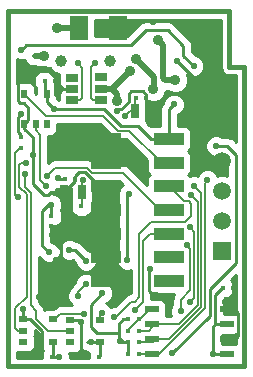
<source format=gbl>
G04 (created by PCBNEW-RS274X (2010-05-05 BZR 2356)-stable) date 2010年10月26日 星期二 23时10分03秒*
G01*
G70*
G90*
%MOIN*%
G04 Gerber Fmt 3.4, Leading zero omitted, Abs format*
%FSLAX34Y34*%
G04 APERTURE LIST*
%ADD10C,0.006000*%
%ADD11C,0.015000*%
%ADD12R,0.018100X0.018100*%
%ADD13R,0.025000X0.045000*%
%ADD14R,0.060000X0.080000*%
%ADD15R,0.045000X0.020000*%
%ADD16R,0.030000X0.020000*%
%ADD17R,0.020000X0.030000*%
%ADD18R,0.039400X0.027600*%
%ADD19C,0.039400*%
%ADD20R,0.098400X0.039400*%
%ADD21R,0.059100X0.059100*%
%ADD22C,0.059100*%
%ADD23C,0.022000*%
%ADD24C,0.035000*%
%ADD25C,0.010000*%
%ADD26C,0.020000*%
G04 APERTURE END LIST*
G54D10*
G54D11*
X47244Y-41220D02*
X47244Y-41220D01*
X46732Y-41221D02*
X47244Y-41221D01*
X46732Y-39370D02*
X46732Y-41220D01*
X39370Y-51181D02*
X39370Y-39370D01*
X47244Y-51181D02*
X39370Y-51181D01*
X47244Y-41220D02*
X47244Y-51181D01*
X39370Y-39370D02*
X46732Y-39370D01*
G54D12*
X43370Y-50010D03*
X43720Y-50010D03*
X46520Y-48580D03*
X46870Y-48580D03*
X43720Y-49630D03*
X43370Y-49630D03*
X40810Y-46180D03*
X40810Y-46530D03*
X41250Y-44940D03*
X41600Y-44940D03*
X43720Y-50390D03*
X43370Y-50390D03*
X43720Y-50780D03*
X43370Y-50780D03*
X40250Y-41210D03*
X40250Y-40860D03*
X42390Y-50880D03*
X42040Y-50880D03*
X40840Y-50880D03*
X40490Y-50880D03*
X40580Y-41680D03*
X40930Y-41680D03*
X39800Y-43920D03*
X39800Y-43570D03*
G54D13*
X43598Y-42677D03*
X44198Y-42677D03*
X41820Y-45400D03*
X41220Y-45400D03*
G54D14*
X41720Y-39930D03*
X43020Y-39930D03*
G54D15*
X46670Y-50790D03*
X46670Y-50290D03*
X46670Y-49790D03*
X46670Y-49290D03*
X44170Y-49290D03*
X44170Y-49790D03*
X44170Y-50290D03*
X44170Y-50790D03*
G54D16*
X41430Y-50395D03*
X41430Y-49645D03*
X42430Y-50395D03*
X41430Y-50020D03*
X42430Y-49645D03*
G54D17*
X40655Y-43120D03*
X39905Y-43120D03*
X40655Y-42120D03*
X40280Y-43120D03*
X39905Y-42120D03*
G54D16*
X39860Y-50385D03*
X39860Y-49635D03*
X40860Y-50385D03*
X39860Y-50010D03*
X40860Y-49635D03*
G54D18*
X41510Y-42320D03*
X41510Y-41945D03*
X41510Y-41572D03*
X42454Y-41570D03*
X42454Y-41948D03*
X42454Y-42320D03*
G54D19*
X41123Y-41015D03*
X42777Y-41015D03*
G54D12*
X43622Y-42244D03*
X43972Y-42244D03*
X41810Y-45870D03*
X41460Y-45870D03*
G54D20*
X44729Y-43630D03*
X42642Y-43630D03*
X44729Y-44417D03*
X42642Y-44417D03*
X44729Y-45205D03*
X42642Y-45205D03*
X44729Y-45992D03*
X42642Y-45992D03*
X44729Y-46780D03*
X42642Y-46780D03*
X44729Y-47567D03*
X42642Y-47567D03*
X44729Y-48354D03*
X42642Y-48354D03*
G54D21*
X46496Y-47366D03*
G54D22*
X46496Y-46366D03*
X46496Y-45366D03*
X46496Y-44366D03*
G54D23*
X43400Y-45440D03*
X43330Y-47650D03*
X41040Y-44930D03*
X39810Y-40640D03*
X45550Y-41190D03*
X42510Y-48760D03*
X41410Y-47320D03*
X41960Y-47680D03*
X40720Y-47400D03*
X43090Y-50360D03*
X46180Y-50780D03*
X40810Y-45810D03*
G54D24*
X44940Y-41670D03*
X44360Y-40310D03*
G54D23*
X41680Y-41100D03*
X46010Y-44990D03*
X45460Y-45480D03*
X45560Y-45190D03*
X39950Y-44430D03*
X39940Y-44780D03*
X40620Y-45180D03*
X41970Y-48440D03*
X41690Y-48860D03*
X41890Y-49440D03*
X42900Y-49550D03*
X43580Y-49320D03*
X42500Y-49430D03*
X40650Y-44870D03*
X42260Y-41090D03*
G54D24*
X43430Y-41360D03*
X43010Y-42340D03*
G54D23*
X44094Y-43110D03*
X45000Y-41024D03*
X45866Y-42126D03*
X44200Y-39720D03*
X40180Y-44150D03*
X41180Y-43980D03*
X44110Y-47960D03*
X44760Y-49210D03*
X42880Y-44010D03*
X40770Y-44160D03*
X41560Y-44170D03*
X42980Y-42690D03*
X40990Y-42120D03*
X46590Y-49070D03*
X43330Y-48430D03*
X40820Y-46830D03*
X40970Y-47670D03*
X40400Y-48880D03*
X39850Y-49300D03*
X41810Y-49730D03*
X41870Y-45000D03*
X43248Y-42854D03*
X45420Y-46570D03*
X45430Y-49070D03*
X45120Y-49340D03*
X45320Y-47170D03*
X39690Y-45570D03*
G54D24*
X40560Y-40860D03*
X43620Y-40940D03*
X44210Y-41950D03*
X41010Y-39930D03*
G54D23*
X39810Y-42790D03*
X44890Y-42470D03*
X44840Y-50760D03*
X41070Y-50880D03*
X42140Y-50400D03*
X40890Y-42630D03*
X46290Y-43850D03*
G54D25*
X43400Y-45440D02*
X43330Y-45510D01*
X43330Y-45510D02*
X43330Y-47650D01*
X41250Y-44940D02*
X40990Y-44940D01*
X40990Y-44940D02*
X41040Y-44930D01*
X46670Y-50790D02*
X46190Y-50790D01*
X46190Y-50790D02*
X46180Y-50780D01*
X39830Y-40640D02*
X39810Y-40640D01*
X39970Y-40500D02*
X39830Y-40640D01*
X43450Y-40500D02*
X39970Y-40500D01*
X43950Y-40000D02*
X43450Y-40500D01*
X44680Y-40000D02*
X43950Y-40000D01*
X45210Y-40530D02*
X44680Y-40000D01*
X45210Y-40850D02*
X45210Y-40530D01*
X45550Y-41190D02*
X45210Y-40850D01*
X42330Y-50100D02*
X43050Y-50100D01*
X42130Y-49900D02*
X42330Y-50100D01*
X42130Y-49140D02*
X42130Y-49900D01*
X42510Y-48760D02*
X42130Y-49140D01*
X41600Y-47320D02*
X41410Y-47320D01*
X41960Y-47680D02*
X41600Y-47320D01*
X46275Y-48815D02*
X46275Y-49790D01*
X46275Y-49790D02*
X46270Y-49790D01*
X40810Y-45810D02*
X40710Y-45810D01*
X40510Y-47190D02*
X40720Y-47400D01*
X40510Y-46010D02*
X40510Y-47190D01*
X40710Y-45810D02*
X40510Y-46010D01*
X43120Y-50390D02*
X43370Y-50390D01*
X43090Y-50360D02*
X43120Y-50390D01*
X43190Y-50380D02*
X43360Y-50380D01*
X43050Y-50100D02*
X43050Y-50240D01*
X43190Y-50380D02*
X43050Y-50240D01*
X43360Y-50380D02*
X43370Y-50390D01*
X43370Y-49630D02*
X43200Y-49630D01*
X43200Y-49630D02*
X43050Y-49780D01*
X43050Y-49780D02*
X43050Y-50100D01*
X43260Y-49630D02*
X43370Y-49630D01*
X43370Y-50390D02*
X43370Y-50780D01*
X46670Y-49790D02*
X46270Y-49790D01*
X46270Y-49790D02*
X46180Y-49880D01*
X46520Y-48580D02*
X46510Y-48580D01*
X46180Y-49880D02*
X46180Y-50780D01*
X46510Y-48580D02*
X46275Y-48815D01*
X40810Y-45810D02*
X40810Y-46180D01*
G54D26*
X44610Y-41670D02*
X44940Y-41670D01*
X44540Y-41600D02*
X44610Y-41670D01*
X44540Y-40490D02*
X44540Y-41600D01*
X44360Y-40310D02*
X44540Y-40490D01*
G54D10*
X41510Y-42320D02*
X41770Y-42320D01*
X41830Y-41250D02*
X41680Y-41100D01*
X41830Y-42260D02*
X41830Y-41250D01*
X41770Y-42320D02*
X41830Y-42260D01*
X44170Y-50790D02*
X44400Y-50790D01*
X46010Y-44990D02*
X45930Y-45110D01*
X45930Y-45110D02*
X45930Y-49260D01*
X45930Y-49260D02*
X44400Y-50790D01*
X43720Y-50780D02*
X44170Y-50790D01*
X45686Y-49162D02*
X45686Y-45706D01*
X45058Y-49790D02*
X45686Y-49162D01*
X44170Y-49790D02*
X45058Y-49790D01*
X45686Y-45706D02*
X45460Y-45480D01*
X43720Y-50010D02*
X44060Y-50010D01*
X44060Y-50010D02*
X44170Y-49900D01*
X44170Y-49900D02*
X44170Y-49790D01*
X45808Y-45438D02*
X45560Y-45190D01*
X44400Y-50281D02*
X44179Y-50281D01*
X44179Y-50281D02*
X44170Y-50290D01*
X45808Y-49211D02*
X45808Y-45438D01*
X44738Y-50281D02*
X44400Y-50281D01*
X44738Y-50281D02*
X45808Y-49211D01*
X44430Y-50280D02*
X44400Y-50281D01*
X43720Y-50390D02*
X44180Y-50390D01*
X44180Y-50390D02*
X44170Y-50290D01*
X39980Y-45470D02*
X39980Y-48880D01*
X39980Y-48880D02*
X39610Y-49250D01*
X39780Y-44430D02*
X39950Y-44430D01*
X39730Y-44480D02*
X39780Y-44430D01*
X39730Y-45220D02*
X39730Y-44480D01*
X39980Y-45470D02*
X39730Y-45220D01*
X39860Y-50010D02*
X39690Y-50010D01*
X39690Y-50010D02*
X39610Y-49930D01*
X39610Y-49930D02*
X39610Y-49250D01*
X40120Y-45790D02*
X40120Y-49160D01*
X40300Y-49620D02*
X40700Y-50020D01*
X40120Y-49160D02*
X40300Y-49340D01*
X40300Y-49340D02*
X40300Y-49620D01*
X40700Y-50020D02*
X41430Y-50020D01*
X40120Y-45410D02*
X40120Y-45790D01*
X39940Y-45230D02*
X40120Y-45410D01*
X39940Y-44780D02*
X39940Y-45230D01*
X40280Y-43330D02*
X40430Y-43480D01*
X40430Y-44990D02*
X40620Y-45180D01*
X40430Y-43480D02*
X40430Y-44990D01*
X40280Y-43120D02*
X40280Y-43330D01*
X41690Y-48720D02*
X41690Y-48860D01*
X41970Y-48440D02*
X41690Y-48720D01*
X40860Y-49635D02*
X40915Y-49635D01*
X41110Y-49440D02*
X41890Y-49440D01*
X40915Y-49635D02*
X41110Y-49440D01*
X44729Y-45205D02*
X44735Y-45205D01*
X44140Y-46400D02*
X43738Y-46802D01*
X45270Y-46400D02*
X44140Y-46400D01*
X45470Y-46200D02*
X45270Y-46400D01*
X45470Y-45780D02*
X45470Y-46200D01*
X45380Y-45690D02*
X45470Y-45780D01*
X45220Y-45690D02*
X45380Y-45690D01*
X44735Y-45205D02*
X45220Y-45690D01*
X43738Y-48750D02*
X43738Y-48902D01*
X43600Y-49040D02*
X43460Y-49040D01*
X43738Y-48902D02*
X43600Y-49040D01*
X43460Y-49040D02*
X42950Y-49550D01*
X42950Y-49550D02*
X42900Y-49550D01*
X43738Y-48750D02*
X43738Y-46802D01*
X43860Y-49040D02*
X43860Y-47030D01*
X43860Y-47030D02*
X44110Y-46780D01*
X44729Y-46780D02*
X44110Y-46780D01*
X43860Y-49040D02*
X43580Y-49320D01*
X42430Y-49500D02*
X42430Y-49645D01*
X42500Y-49430D02*
X42430Y-49500D01*
X44729Y-45992D02*
X44432Y-45992D01*
X40940Y-44580D02*
X40650Y-44870D01*
X41980Y-44580D02*
X40940Y-44580D01*
X42160Y-44760D02*
X41980Y-44580D01*
X43200Y-44760D02*
X42160Y-44760D01*
X44432Y-45992D02*
X43200Y-44760D01*
X44729Y-44417D02*
X44487Y-44417D01*
X39900Y-42120D02*
X39905Y-42120D01*
X40620Y-42840D02*
X39900Y-42120D01*
X42540Y-42840D02*
X40620Y-42840D01*
X43040Y-43340D02*
X42540Y-42840D01*
X43410Y-43340D02*
X43040Y-43340D01*
X44487Y-44417D02*
X43410Y-43340D01*
X42454Y-42320D02*
X42190Y-42320D01*
X42190Y-42320D02*
X42130Y-42260D01*
X42130Y-42260D02*
X42130Y-41220D01*
X42130Y-41220D02*
X42260Y-41090D01*
G54D26*
X42454Y-41948D02*
X42842Y-41948D01*
X42842Y-41948D02*
X43430Y-41360D01*
X42456Y-41950D02*
X42454Y-41948D01*
X42840Y-41950D02*
X42456Y-41950D01*
X43010Y-42120D02*
X42840Y-41950D01*
X43010Y-42340D02*
X43010Y-42120D01*
G54D25*
X44198Y-42677D02*
X44198Y-42568D01*
X43972Y-42342D02*
X43972Y-42244D01*
X44198Y-42568D02*
X43972Y-42342D01*
X44198Y-43006D02*
X44198Y-42677D01*
X44094Y-43110D02*
X44198Y-43006D01*
X45866Y-41890D02*
X45866Y-42126D01*
X45866Y-41890D02*
X45000Y-41024D01*
X43280Y-39670D02*
X43020Y-39930D01*
X44150Y-39670D02*
X43280Y-39670D01*
X44200Y-39720D02*
X44150Y-39670D01*
X41170Y-43990D02*
X41170Y-44160D01*
X41180Y-43980D02*
X41170Y-43990D01*
X41220Y-45400D02*
X40810Y-45400D01*
X40810Y-45400D02*
X40710Y-45500D01*
X40710Y-45500D02*
X40550Y-45500D01*
X40550Y-45500D02*
X40180Y-45130D01*
X40180Y-45130D02*
X40180Y-44150D01*
X39905Y-43295D02*
X39905Y-43120D01*
X40180Y-44150D02*
X40180Y-43570D01*
X40180Y-43570D02*
X39905Y-43295D01*
X44050Y-48020D02*
X44110Y-47960D01*
X44050Y-48680D02*
X44050Y-48020D01*
X44130Y-48760D02*
X44050Y-48680D01*
X44310Y-48760D02*
X44130Y-48760D01*
X44760Y-49210D02*
X44310Y-48760D01*
X42642Y-43772D02*
X42642Y-43630D01*
X42880Y-44010D02*
X42642Y-43772D01*
X42642Y-43630D02*
X41970Y-43630D01*
X41970Y-43630D02*
X41560Y-44040D01*
X41560Y-44040D02*
X41560Y-44170D01*
X41550Y-44160D02*
X41170Y-44160D01*
X41170Y-44160D02*
X40770Y-44160D01*
X41560Y-44170D02*
X41550Y-44160D01*
X41600Y-44940D02*
X41600Y-44870D01*
X42405Y-45205D02*
X42642Y-45205D01*
X41930Y-44730D02*
X42405Y-45205D01*
X41740Y-44730D02*
X41930Y-44730D01*
X41600Y-44870D02*
X41740Y-44730D01*
X41600Y-44940D02*
X41600Y-45020D01*
X41600Y-45020D02*
X41220Y-45400D01*
X42642Y-43630D02*
X42642Y-44417D01*
X43131Y-42630D02*
X43040Y-42630D01*
X43131Y-42630D02*
X43380Y-42381D01*
X43380Y-42381D02*
X43380Y-42111D01*
X43380Y-42111D02*
X43470Y-42021D01*
X43470Y-42021D02*
X43849Y-42021D01*
X43849Y-42021D02*
X43970Y-42142D01*
X43970Y-42360D02*
X43970Y-42142D01*
X43040Y-42630D02*
X42980Y-42690D01*
X44090Y-42480D02*
X44090Y-42850D01*
X43970Y-42360D02*
X44090Y-42480D01*
X40250Y-41210D02*
X40090Y-41210D01*
X40090Y-41210D02*
X39680Y-41620D01*
X39680Y-41620D02*
X39680Y-42340D01*
X39680Y-42340D02*
X39760Y-42420D01*
X39760Y-42420D02*
X39880Y-42420D01*
X39880Y-42420D02*
X40040Y-42580D01*
X40040Y-42580D02*
X40040Y-42985D01*
X40040Y-42985D02*
X39905Y-43120D01*
X40930Y-42060D02*
X40930Y-41680D01*
X40990Y-42120D02*
X40930Y-42060D01*
X40250Y-41210D02*
X40600Y-41210D01*
X40930Y-41540D02*
X40930Y-41680D01*
X40600Y-41210D02*
X40930Y-41540D01*
X40930Y-41680D02*
X41200Y-41950D01*
X41200Y-41950D02*
X41505Y-41950D01*
X41505Y-41950D02*
X41510Y-41945D01*
X46670Y-49150D02*
X46670Y-49290D01*
X46590Y-49070D02*
X46670Y-49150D01*
X42642Y-48354D02*
X43254Y-48354D01*
X43254Y-48354D02*
X43330Y-48430D01*
X40820Y-46830D02*
X40930Y-46830D01*
X41140Y-47500D02*
X40970Y-47670D01*
X41140Y-47040D02*
X41140Y-47500D01*
X40930Y-46830D02*
X41140Y-47040D01*
X41220Y-45400D02*
X41220Y-45790D01*
X41300Y-45870D02*
X41460Y-45870D01*
X41220Y-45790D02*
X41300Y-45870D01*
X40810Y-46530D02*
X41290Y-46530D01*
X41460Y-46360D02*
X41460Y-45870D01*
X41290Y-46530D02*
X41460Y-46360D01*
X40810Y-46820D02*
X40810Y-46530D01*
X40820Y-46830D02*
X40810Y-46820D01*
X40970Y-47670D02*
X40400Y-48240D01*
X40400Y-48240D02*
X40400Y-48880D01*
X39860Y-49310D02*
X39860Y-49635D01*
X39850Y-49300D02*
X39860Y-49310D01*
X41810Y-49730D02*
X41810Y-49740D01*
X41810Y-49740D02*
X41715Y-49645D01*
X41715Y-49645D02*
X41430Y-49645D01*
X39860Y-49635D02*
X40095Y-49635D01*
X40490Y-50030D02*
X40490Y-50880D01*
X40095Y-49635D02*
X40490Y-50030D01*
X41900Y-50880D02*
X42040Y-50880D01*
X41810Y-50790D02*
X41900Y-50880D01*
X41810Y-49740D02*
X41810Y-50790D01*
X46670Y-49290D02*
X46900Y-49290D01*
X46930Y-50290D02*
X46670Y-50290D01*
X47020Y-50200D02*
X46930Y-50290D01*
X47020Y-49410D02*
X47020Y-50200D01*
X46900Y-49290D02*
X47020Y-49410D01*
X46870Y-48580D02*
X46870Y-49200D01*
X46870Y-49200D02*
X46670Y-49290D01*
X42642Y-45205D02*
X42642Y-45992D01*
X42642Y-45992D02*
X42642Y-46780D01*
X42642Y-46780D02*
X42642Y-47567D01*
X42642Y-47567D02*
X42642Y-48354D01*
G54D10*
X41820Y-45050D02*
X41820Y-45400D01*
X41870Y-45000D02*
X41820Y-45050D01*
X41820Y-45400D02*
X41820Y-45860D01*
X41820Y-45860D02*
X41810Y-45870D01*
X43425Y-42677D02*
X43598Y-42677D01*
X43248Y-42854D02*
X43425Y-42677D01*
X43598Y-42677D02*
X43598Y-42268D01*
X43598Y-42268D02*
X43622Y-42244D01*
X45564Y-46710D02*
X45560Y-46710D01*
X45560Y-46710D02*
X45420Y-46570D01*
X45564Y-46710D02*
X45564Y-48936D01*
X45564Y-48936D02*
X45430Y-49070D01*
X43370Y-50010D02*
X43370Y-49980D01*
X43370Y-49980D02*
X43720Y-49630D01*
X43720Y-49630D02*
X43720Y-49650D01*
X44083Y-49287D02*
X44170Y-49290D01*
X43720Y-49650D02*
X44083Y-49287D01*
X45120Y-48980D02*
X45120Y-49340D01*
X45440Y-48660D02*
X45120Y-48980D01*
X45440Y-47290D02*
X45440Y-48660D01*
X45320Y-47170D02*
X45440Y-47290D01*
X39600Y-45480D02*
X39600Y-44090D01*
X39800Y-43920D02*
X39770Y-43920D01*
X39770Y-43920D02*
X39600Y-44090D01*
X39600Y-45480D02*
X39690Y-45570D01*
G54D26*
X40250Y-40860D02*
X40560Y-40860D01*
X44220Y-41940D02*
X44220Y-41540D01*
X43620Y-40940D02*
X44220Y-41540D01*
X44220Y-41940D02*
X44210Y-41950D01*
X41720Y-39930D02*
X41010Y-39930D01*
G54D25*
X39690Y-42940D02*
X39680Y-42940D01*
X39680Y-42950D02*
X39690Y-42940D01*
X39680Y-42920D02*
X39680Y-42950D01*
X39810Y-42790D02*
X39680Y-42920D01*
X44729Y-43630D02*
X44729Y-42631D01*
X44729Y-42631D02*
X44890Y-42470D01*
X46080Y-48620D02*
X46080Y-49520D01*
X46080Y-49520D02*
X44840Y-50760D01*
X46960Y-47740D02*
X46080Y-48620D01*
X46960Y-44140D02*
X46960Y-47740D01*
X46670Y-43850D02*
X46960Y-44140D01*
X46290Y-43850D02*
X46670Y-43850D01*
X40840Y-50880D02*
X41070Y-50880D01*
X42145Y-50395D02*
X42430Y-50395D01*
X42140Y-50400D02*
X42145Y-50395D01*
X41995Y-50395D02*
X42430Y-50395D01*
X39800Y-43570D02*
X39800Y-43500D01*
X39800Y-43500D02*
X39680Y-43380D01*
X39680Y-42940D02*
X39680Y-43380D01*
X42430Y-50395D02*
X42430Y-50840D01*
X42430Y-50840D02*
X42390Y-50880D01*
X40860Y-50385D02*
X40860Y-50860D01*
X40860Y-50860D02*
X40840Y-50880D01*
X40890Y-42630D02*
X42560Y-42630D01*
X44140Y-43630D02*
X44729Y-43630D01*
X43700Y-43190D02*
X44140Y-43630D01*
X43120Y-43190D02*
X43700Y-43190D01*
X42560Y-42630D02*
X43120Y-43190D01*
X40655Y-42120D02*
X40655Y-42395D01*
X40655Y-42395D02*
X40890Y-42630D01*
X40580Y-41680D02*
X40580Y-42045D01*
X40580Y-42045D02*
X40655Y-42120D01*
X41798Y-50617D02*
X41798Y-50617D01*
X41730Y-50697D02*
X41928Y-50697D01*
X41417Y-50777D02*
X42051Y-50777D01*
X41430Y-50857D02*
X42051Y-50857D01*
X40259Y-49975D02*
X40259Y-49975D01*
X40259Y-50055D02*
X40339Y-50055D01*
X40259Y-50135D02*
X40419Y-50135D01*
X40251Y-50215D02*
X40470Y-50215D01*
X40259Y-50295D02*
X40461Y-50295D01*
X40259Y-50375D02*
X40461Y-50375D01*
X40259Y-50455D02*
X40461Y-50455D01*
X40259Y-50535D02*
X40461Y-50535D01*
X40225Y-50615D02*
X40494Y-50615D01*
X40152Y-50695D02*
X40519Y-50695D01*
X39645Y-50775D02*
X40501Y-50775D01*
X39645Y-50855D02*
X40501Y-50855D01*
X46969Y-50128D02*
X46969Y-50128D01*
X46480Y-50208D02*
X46969Y-50208D01*
X46480Y-50288D02*
X46969Y-50288D01*
X46480Y-50368D02*
X46969Y-50368D01*
X46962Y-50448D02*
X46969Y-50448D01*
X44140Y-48780D02*
X44140Y-48780D01*
X44140Y-48860D02*
X44870Y-48860D01*
X44140Y-48940D02*
X44848Y-48940D01*
X44577Y-49020D02*
X44840Y-49020D01*
X44628Y-49100D02*
X44840Y-49100D01*
X44644Y-49180D02*
X44797Y-49180D01*
X44644Y-49260D02*
X44764Y-49260D01*
X44644Y-49340D02*
X44760Y-49340D01*
X44644Y-49420D02*
X44763Y-49420D01*
X44618Y-49500D02*
X44796Y-49500D01*
X46969Y-48155D02*
X46969Y-48155D01*
X46888Y-48235D02*
X46969Y-48235D01*
X46807Y-48315D02*
X46969Y-48315D01*
X46840Y-48395D02*
X46969Y-48395D01*
X46859Y-48475D02*
X46969Y-48475D01*
X46859Y-48555D02*
X46969Y-48555D01*
X46859Y-48635D02*
X46969Y-48635D01*
X46859Y-48715D02*
X46969Y-48715D01*
X46827Y-48795D02*
X46969Y-48795D01*
X46757Y-48875D02*
X46969Y-48875D01*
X46575Y-48955D02*
X46969Y-48955D01*
X46575Y-49035D02*
X46969Y-49035D01*
X46575Y-49115D02*
X46969Y-49115D01*
X46575Y-49195D02*
X46969Y-49195D01*
X46575Y-49275D02*
X46969Y-49275D01*
X46575Y-49355D02*
X46969Y-49355D01*
X46575Y-49435D02*
X46969Y-49435D01*
X42230Y-45040D02*
X43083Y-45040D01*
X42209Y-45120D02*
X43163Y-45120D01*
X42194Y-45200D02*
X43131Y-45200D01*
X41134Y-45280D02*
X41446Y-45280D01*
X42194Y-45280D02*
X43077Y-45280D01*
X40934Y-45360D02*
X41446Y-45360D01*
X42194Y-45360D02*
X43044Y-45360D01*
X40868Y-45440D02*
X41446Y-45440D01*
X42194Y-45440D02*
X43040Y-45440D01*
X41029Y-45520D02*
X41446Y-45520D01*
X42194Y-45520D02*
X43030Y-45520D01*
X41109Y-45600D02*
X41446Y-45600D01*
X42194Y-45600D02*
X43030Y-45600D01*
X41146Y-45680D02*
X41448Y-45680D01*
X42191Y-45680D02*
X43030Y-45680D01*
X41170Y-45760D02*
X41471Y-45760D01*
X42158Y-45760D02*
X43030Y-45760D01*
X41170Y-45840D02*
X41471Y-45840D01*
X42149Y-45840D02*
X43030Y-45840D01*
X41153Y-45920D02*
X41471Y-45920D01*
X42149Y-45920D02*
X43030Y-45920D01*
X41132Y-46000D02*
X41471Y-46000D01*
X42149Y-46000D02*
X43030Y-46000D01*
X41149Y-46080D02*
X41500Y-46080D01*
X42119Y-46080D02*
X43030Y-46080D01*
X41149Y-46160D02*
X41568Y-46160D01*
X42052Y-46160D02*
X43030Y-46160D01*
X41149Y-46240D02*
X43030Y-46240D01*
X41149Y-46320D02*
X43030Y-46320D01*
X41115Y-46400D02*
X43030Y-46400D01*
X41042Y-46480D02*
X43030Y-46480D01*
X40810Y-46560D02*
X43030Y-46560D01*
X40810Y-46640D02*
X43030Y-46640D01*
X40810Y-46720D02*
X43030Y-46720D01*
X40810Y-46800D02*
X43030Y-46800D01*
X40810Y-46880D02*
X43030Y-46880D01*
X40810Y-46960D02*
X41339Y-46960D01*
X41482Y-46960D02*
X43030Y-46960D01*
X40810Y-47040D02*
X41182Y-47040D01*
X41701Y-47040D02*
X43030Y-47040D01*
X40949Y-47120D02*
X41104Y-47120D01*
X41824Y-47120D02*
X43030Y-47120D01*
X41027Y-47200D02*
X41070Y-47200D01*
X41904Y-47200D02*
X43030Y-47200D01*
X41984Y-47280D02*
X43030Y-47280D01*
X42128Y-47360D02*
X43030Y-47360D01*
X42229Y-47440D02*
X43030Y-47440D01*
X41060Y-47520D02*
X41103Y-47520D01*
X42283Y-47520D02*
X42995Y-47520D01*
X40400Y-47600D02*
X40413Y-47600D01*
X41026Y-47600D02*
X41181Y-47600D01*
X42317Y-47600D02*
X42970Y-47600D01*
X40400Y-47680D02*
X40491Y-47680D01*
X40948Y-47680D02*
X41536Y-47680D01*
X42320Y-47680D02*
X42970Y-47680D01*
X40400Y-47760D02*
X41603Y-47760D01*
X42316Y-47760D02*
X42986Y-47760D01*
X40400Y-47840D02*
X41637Y-47840D01*
X42283Y-47840D02*
X43019Y-47840D01*
X40400Y-47920D02*
X41691Y-47920D01*
X42228Y-47920D02*
X43091Y-47920D01*
X40400Y-48000D02*
X41792Y-48000D01*
X42127Y-48000D02*
X43234Y-48000D01*
X43424Y-48000D02*
X43458Y-48000D01*
X40400Y-48080D02*
X41899Y-48080D01*
X42042Y-48080D02*
X43458Y-48080D01*
X40400Y-48160D02*
X41742Y-48160D01*
X42199Y-48160D02*
X43458Y-48160D01*
X40400Y-48240D02*
X41664Y-48240D01*
X42277Y-48240D02*
X43458Y-48240D01*
X40400Y-48320D02*
X41630Y-48320D01*
X42310Y-48320D02*
X43458Y-48320D01*
X40400Y-48400D02*
X41610Y-48400D01*
X42330Y-48400D02*
X42439Y-48400D01*
X42582Y-48400D02*
X43458Y-48400D01*
X40400Y-48480D02*
X41534Y-48480D01*
X42739Y-48480D02*
X43458Y-48480D01*
X40400Y-48560D02*
X41467Y-48560D01*
X42817Y-48560D02*
X43458Y-48560D01*
X40400Y-48640D02*
X41401Y-48640D01*
X42850Y-48640D02*
X43458Y-48640D01*
X40400Y-48720D02*
X41359Y-48720D01*
X42870Y-48720D02*
X43458Y-48720D01*
X40400Y-48800D02*
X41330Y-48800D01*
X42870Y-48800D02*
X43324Y-48800D01*
X40400Y-48880D02*
X41330Y-48880D01*
X42850Y-48880D02*
X43223Y-48880D01*
X40400Y-48960D02*
X41342Y-48960D01*
X42816Y-48960D02*
X43143Y-48960D01*
X40400Y-49040D02*
X41375Y-49040D01*
X42738Y-49040D02*
X43063Y-49040D01*
X40476Y-49120D02*
X41441Y-49120D01*
X42693Y-49120D02*
X42983Y-49120D01*
X40537Y-49200D02*
X40975Y-49200D01*
X42779Y-49200D02*
X42804Y-49200D01*
X40569Y-49280D02*
X40874Y-49280D01*
X41004Y-43120D02*
X42423Y-43120D01*
X41004Y-43200D02*
X42503Y-43200D01*
X41004Y-43280D02*
X42583Y-43280D01*
X40987Y-43360D02*
X42663Y-43360D01*
X40937Y-43440D02*
X42743Y-43440D01*
X40710Y-43520D02*
X42823Y-43520D01*
X40710Y-43600D02*
X42937Y-43600D01*
X40710Y-43680D02*
X43353Y-43680D01*
X40710Y-43760D02*
X43433Y-43760D01*
X40710Y-43840D02*
X43513Y-43840D01*
X40710Y-43920D02*
X43593Y-43920D01*
X40710Y-44000D02*
X43673Y-44000D01*
X40710Y-44080D02*
X43753Y-44080D01*
X40710Y-44160D02*
X43833Y-44160D01*
X40710Y-44240D02*
X43913Y-44240D01*
X40710Y-44320D02*
X40838Y-44320D01*
X42082Y-44320D02*
X43988Y-44320D01*
X40710Y-44400D02*
X40724Y-44400D01*
X42197Y-44400D02*
X43988Y-44400D01*
X43200Y-44480D02*
X43988Y-44480D01*
X43396Y-44560D02*
X43988Y-44560D01*
X43476Y-44640D02*
X43988Y-44640D01*
X43556Y-44720D02*
X44011Y-44720D01*
X43636Y-44800D02*
X44071Y-44800D01*
X43716Y-44880D02*
X44021Y-44880D01*
X43796Y-44960D02*
X43988Y-44960D01*
X43876Y-45040D02*
X43988Y-45040D01*
X43956Y-45120D02*
X43988Y-45120D01*
X42269Y-39645D02*
X46457Y-39645D01*
X42269Y-39725D02*
X43832Y-39725D01*
X44798Y-39725D02*
X46457Y-39725D01*
X42269Y-39805D02*
X43720Y-39805D01*
X44910Y-39805D02*
X46457Y-39805D01*
X42269Y-39885D02*
X43640Y-39885D01*
X44990Y-39885D02*
X46457Y-39885D01*
X42269Y-39965D02*
X43560Y-39965D01*
X45070Y-39965D02*
X46457Y-39965D01*
X42269Y-40045D02*
X43480Y-40045D01*
X45150Y-40045D02*
X46457Y-40045D01*
X42269Y-40125D02*
X43400Y-40125D01*
X45230Y-40125D02*
X46457Y-40125D01*
X45310Y-40205D02*
X46457Y-40205D01*
X45390Y-40285D02*
X46457Y-40285D01*
X45454Y-40365D02*
X46457Y-40365D01*
X45493Y-40445D02*
X46457Y-40445D01*
X45509Y-40525D02*
X46457Y-40525D01*
X45510Y-40605D02*
X46457Y-40605D01*
X45510Y-40685D02*
X46457Y-40685D01*
X45550Y-40765D02*
X46457Y-40765D01*
X45658Y-40845D02*
X46457Y-40845D01*
X45794Y-40925D02*
X46457Y-40925D01*
X45863Y-41005D02*
X46457Y-41005D01*
X45896Y-41085D02*
X46457Y-41085D01*
X45910Y-41165D02*
X46457Y-41165D01*
X45910Y-41245D02*
X46461Y-41245D01*
X45883Y-41325D02*
X46477Y-41325D01*
X45843Y-41405D02*
X46531Y-41405D01*
X45324Y-41485D02*
X45336Y-41485D01*
X45763Y-41485D02*
X46677Y-41485D01*
X45357Y-41565D02*
X46969Y-41565D01*
X45365Y-41645D02*
X46969Y-41645D01*
X45365Y-41725D02*
X46969Y-41725D01*
X45344Y-41805D02*
X46969Y-41805D01*
X45310Y-41885D02*
X46969Y-41885D01*
X45246Y-41965D02*
X46969Y-41965D01*
X44630Y-42045D02*
X44735Y-42045D01*
X45145Y-42045D02*
X46969Y-42045D01*
X44597Y-42125D02*
X44783Y-42125D01*
X44998Y-42125D02*
X46969Y-42125D01*
X44556Y-42205D02*
X44647Y-42205D01*
X45134Y-42205D02*
X46969Y-42205D01*
X44476Y-42285D02*
X44578Y-42285D01*
X45203Y-42285D02*
X46969Y-42285D01*
X43961Y-42365D02*
X44101Y-42365D01*
X44318Y-42365D02*
X44544Y-42365D01*
X45236Y-42365D02*
X46969Y-42365D01*
X43972Y-42445D02*
X44500Y-42445D01*
X45250Y-42445D02*
X46969Y-42445D01*
X43972Y-42525D02*
X44451Y-42525D01*
X45250Y-42525D02*
X46969Y-42525D01*
X43972Y-42605D02*
X44435Y-42605D01*
X45223Y-42605D02*
X46969Y-42605D01*
X43972Y-42685D02*
X44429Y-42685D01*
X45183Y-42685D02*
X46969Y-42685D01*
X43972Y-42765D02*
X44429Y-42765D01*
X45103Y-42765D02*
X46969Y-42765D01*
X43972Y-42845D02*
X44429Y-42845D01*
X45029Y-42845D02*
X46969Y-42845D01*
X43972Y-42925D02*
X44429Y-42925D01*
X45029Y-42925D02*
X46969Y-42925D01*
X43949Y-43005D02*
X44429Y-43005D01*
X45029Y-43005D02*
X46969Y-43005D01*
X44019Y-43085D02*
X44429Y-43085D01*
X45029Y-43085D02*
X46969Y-43085D01*
X44099Y-43165D02*
X44429Y-43165D01*
X45029Y-43165D02*
X46969Y-43165D01*
X45385Y-43245D02*
X46969Y-43245D01*
X45446Y-43325D02*
X46969Y-43325D01*
X45470Y-43405D02*
X46969Y-43405D01*
X45470Y-43485D02*
X46969Y-43485D01*
X45470Y-43565D02*
X46067Y-43565D01*
X46745Y-43565D02*
X46969Y-43565D01*
X45470Y-43645D02*
X45987Y-43645D01*
X46889Y-43645D02*
X46969Y-43645D01*
X45470Y-43725D02*
X45953Y-43725D01*
X45470Y-43805D02*
X45930Y-43805D01*
X45466Y-43885D02*
X45930Y-43885D01*
X45433Y-43965D02*
X45948Y-43965D01*
X45398Y-44045D02*
X45981Y-44045D01*
X45451Y-44125D02*
X46056Y-44125D01*
X45470Y-44205D02*
X46206Y-44205D01*
X46373Y-44205D02*
X46601Y-44205D01*
X45470Y-44285D02*
X46660Y-44285D01*
X45470Y-44365D02*
X46660Y-44365D01*
X45470Y-44445D02*
X46660Y-44445D01*
X45470Y-44525D02*
X46660Y-44525D01*
X45470Y-44605D02*
X46660Y-44605D01*
X45461Y-44685D02*
X45807Y-44685D01*
X46214Y-44685D02*
X46660Y-44685D01*
X45421Y-44765D02*
X45727Y-44765D01*
X46294Y-44765D02*
X46660Y-44765D01*
X45410Y-44845D02*
X45452Y-44845D01*
X45669Y-44845D02*
X45680Y-44845D01*
X39645Y-40961D02*
X39645Y-40961D01*
X39645Y-41041D02*
X39928Y-41041D01*
X39645Y-41121D02*
X39979Y-41121D01*
X39645Y-41201D02*
X40205Y-41201D01*
X39645Y-41281D02*
X40465Y-41281D01*
X40653Y-41281D02*
X40758Y-41281D01*
X39645Y-41361D02*
X40393Y-41361D01*
X40768Y-41361D02*
X40838Y-41361D01*
X39645Y-41441D02*
X40287Y-41441D01*
X40873Y-41441D02*
X40985Y-41441D01*
X39645Y-41521D02*
X40249Y-41521D01*
X40911Y-41521D02*
X41064Y-41521D01*
X39645Y-41601D02*
X40241Y-41601D01*
X40919Y-41601D02*
X41064Y-41601D01*
X39645Y-41681D02*
X40241Y-41681D01*
X40919Y-41681D02*
X41064Y-41681D01*
X39645Y-41761D02*
X39662Y-41761D01*
X40148Y-41761D02*
X40241Y-41761D01*
X40919Y-41761D02*
X41064Y-41761D01*
X40221Y-41841D02*
X40250Y-41841D01*
X40971Y-41841D02*
X41097Y-41841D01*
X40254Y-41921D02*
X40280Y-41921D01*
X41004Y-41921D02*
X41172Y-41921D01*
X40254Y-42001D02*
X40280Y-42001D01*
X41004Y-42001D02*
X41142Y-42001D01*
X40257Y-42081D02*
X40286Y-42081D01*
X41004Y-42081D02*
X41086Y-42081D01*
X41004Y-42161D02*
X41064Y-42161D01*
X41004Y-42241D02*
X41064Y-42241D01*
X42051Y-50906D02*
X42051Y-50752D01*
X41936Y-50705D01*
X41909Y-50677D01*
X41880Y-50672D01*
X41798Y-50617D01*
X41791Y-50636D01*
X41721Y-50706D01*
X41629Y-50744D01*
X41402Y-50744D01*
X41430Y-50809D01*
X41430Y-50906D01*
X42051Y-50906D01*
X41798Y-50617D02*
X41798Y-50617D01*
X41730Y-50697D02*
X41928Y-50697D01*
X41417Y-50777D02*
X42051Y-50777D01*
X41430Y-50857D02*
X42051Y-50857D01*
X40259Y-49975D02*
X40259Y-49975D01*
X40259Y-50055D02*
X40339Y-50055D01*
X40259Y-50135D02*
X40419Y-50135D01*
X40251Y-50215D02*
X40470Y-50215D01*
X40259Y-50295D02*
X40461Y-50295D01*
X40259Y-50375D02*
X40461Y-50375D01*
X40259Y-50455D02*
X40461Y-50455D01*
X40259Y-50535D02*
X40461Y-50535D01*
X40225Y-50615D02*
X40494Y-50615D01*
X40152Y-50695D02*
X40519Y-50695D01*
X39645Y-50775D02*
X40501Y-50775D01*
X39645Y-50855D02*
X40501Y-50855D01*
X46969Y-50128D02*
X46969Y-50128D01*
X46480Y-50208D02*
X46969Y-50208D01*
X46480Y-50288D02*
X46969Y-50288D01*
X46480Y-50368D02*
X46969Y-50368D01*
X46962Y-50448D02*
X46969Y-50448D01*
X44140Y-48780D02*
X44140Y-48780D01*
X44140Y-48860D02*
X44870Y-48860D01*
X44140Y-48940D02*
X44848Y-48940D01*
X44577Y-49020D02*
X44840Y-49020D01*
X44628Y-49100D02*
X44840Y-49100D01*
X44644Y-49180D02*
X44797Y-49180D01*
X44644Y-49260D02*
X44764Y-49260D01*
X44644Y-49340D02*
X44760Y-49340D01*
X44644Y-49420D02*
X44763Y-49420D01*
X44618Y-49500D02*
X44796Y-49500D01*
X46969Y-48155D02*
X46969Y-48155D01*
X46888Y-48235D02*
X46969Y-48235D01*
X46807Y-48315D02*
X46969Y-48315D01*
X46840Y-48395D02*
X46969Y-48395D01*
X46859Y-48475D02*
X46969Y-48475D01*
X46859Y-48555D02*
X46969Y-48555D01*
X46859Y-48635D02*
X46969Y-48635D01*
X46859Y-48715D02*
X46969Y-48715D01*
X46827Y-48795D02*
X46969Y-48795D01*
X46757Y-48875D02*
X46969Y-48875D01*
X46575Y-48955D02*
X46969Y-48955D01*
X46575Y-49035D02*
X46969Y-49035D01*
X46575Y-49115D02*
X46969Y-49115D01*
X46575Y-49195D02*
X46969Y-49195D01*
X46575Y-49275D02*
X46969Y-49275D01*
X46575Y-49355D02*
X46969Y-49355D01*
X46575Y-49435D02*
X46969Y-49435D01*
X42230Y-45040D02*
X43083Y-45040D01*
X42209Y-45120D02*
X43163Y-45120D01*
X42194Y-45200D02*
X43131Y-45200D01*
X41134Y-45280D02*
X41446Y-45280D01*
X42194Y-45280D02*
X43077Y-45280D01*
X40934Y-45360D02*
X41446Y-45360D01*
X42194Y-45360D02*
X43044Y-45360D01*
X40868Y-45440D02*
X41446Y-45440D01*
X42194Y-45440D02*
X43040Y-45440D01*
X41029Y-45520D02*
X41446Y-45520D01*
X42194Y-45520D02*
X43030Y-45520D01*
X41109Y-45600D02*
X41446Y-45600D01*
X42194Y-45600D02*
X43030Y-45600D01*
X41146Y-45680D02*
X41448Y-45680D01*
X42191Y-45680D02*
X43030Y-45680D01*
X41170Y-45760D02*
X41471Y-45760D01*
X42158Y-45760D02*
X43030Y-45760D01*
X41170Y-45840D02*
X41471Y-45840D01*
X42149Y-45840D02*
X43030Y-45840D01*
X41153Y-45920D02*
X41471Y-45920D01*
X42149Y-45920D02*
X43030Y-45920D01*
X41132Y-46000D02*
X41471Y-46000D01*
X42149Y-46000D02*
X43030Y-46000D01*
X41149Y-46080D02*
X41500Y-46080D01*
X42119Y-46080D02*
X43030Y-46080D01*
X41149Y-46160D02*
X41568Y-46160D01*
X42052Y-46160D02*
X43030Y-46160D01*
X41149Y-46240D02*
X43030Y-46240D01*
X41149Y-46320D02*
X43030Y-46320D01*
X41115Y-46400D02*
X43030Y-46400D01*
X41042Y-46480D02*
X43030Y-46480D01*
X40810Y-46560D02*
X43030Y-46560D01*
X40810Y-46640D02*
X43030Y-46640D01*
X40810Y-46720D02*
X43030Y-46720D01*
X40810Y-46800D02*
X43030Y-46800D01*
X40810Y-46880D02*
X43030Y-46880D01*
X40810Y-46960D02*
X41339Y-46960D01*
X41482Y-46960D02*
X43030Y-46960D01*
X40810Y-47040D02*
X41182Y-47040D01*
X41701Y-47040D02*
X43030Y-47040D01*
X40949Y-47120D02*
X41104Y-47120D01*
X41824Y-47120D02*
X43030Y-47120D01*
X41027Y-47200D02*
X41070Y-47200D01*
X41904Y-47200D02*
X43030Y-47200D01*
X41984Y-47280D02*
X43030Y-47280D01*
X42128Y-47360D02*
X43030Y-47360D01*
X42229Y-47440D02*
X43030Y-47440D01*
X41060Y-47520D02*
X41103Y-47520D01*
X42283Y-47520D02*
X42995Y-47520D01*
X40400Y-47600D02*
X40413Y-47600D01*
X41026Y-47600D02*
X41181Y-47600D01*
X42317Y-47600D02*
X42970Y-47600D01*
X40400Y-47680D02*
X40491Y-47680D01*
X40948Y-47680D02*
X41536Y-47680D01*
X42320Y-47680D02*
X42970Y-47680D01*
X40400Y-47760D02*
X41603Y-47760D01*
X42316Y-47760D02*
X42986Y-47760D01*
X40400Y-47840D02*
X41637Y-47840D01*
X42283Y-47840D02*
X43019Y-47840D01*
X40400Y-47920D02*
X41691Y-47920D01*
X42228Y-47920D02*
X43091Y-47920D01*
X40400Y-48000D02*
X41792Y-48000D01*
X42127Y-48000D02*
X43234Y-48000D01*
X43424Y-48000D02*
X43458Y-48000D01*
X40400Y-48080D02*
X41899Y-48080D01*
X42042Y-48080D02*
X43458Y-48080D01*
X40400Y-48160D02*
X41742Y-48160D01*
X42199Y-48160D02*
X43458Y-48160D01*
X40400Y-48240D02*
X41664Y-48240D01*
X42277Y-48240D02*
X43458Y-48240D01*
X40400Y-48320D02*
X41630Y-48320D01*
X42310Y-48320D02*
X43458Y-48320D01*
X40400Y-48400D02*
X41610Y-48400D01*
X42330Y-48400D02*
X42439Y-48400D01*
X42582Y-48400D02*
X43458Y-48400D01*
X40400Y-48480D02*
X41534Y-48480D01*
X42739Y-48480D02*
X43458Y-48480D01*
X40400Y-48560D02*
X41467Y-48560D01*
X42817Y-48560D02*
X43458Y-48560D01*
X40400Y-48640D02*
X41401Y-48640D01*
X42850Y-48640D02*
X43458Y-48640D01*
X40400Y-48720D02*
X41359Y-48720D01*
X42870Y-48720D02*
X43458Y-48720D01*
X40400Y-48800D02*
X41330Y-48800D01*
X42870Y-48800D02*
X43324Y-48800D01*
X40400Y-48880D02*
X41330Y-48880D01*
X42850Y-48880D02*
X43223Y-48880D01*
X40400Y-48960D02*
X41342Y-48960D01*
X42816Y-48960D02*
X43143Y-48960D01*
X40400Y-49040D02*
X41375Y-49040D01*
X42738Y-49040D02*
X43063Y-49040D01*
X40476Y-49120D02*
X41441Y-49120D01*
X42693Y-49120D02*
X42983Y-49120D01*
X40537Y-49200D02*
X40975Y-49200D01*
X42779Y-49200D02*
X42804Y-49200D01*
X40569Y-49280D02*
X40874Y-49280D01*
X41004Y-43120D02*
X42423Y-43120D01*
X41004Y-43200D02*
X42503Y-43200D01*
X41004Y-43280D02*
X42583Y-43280D01*
X40987Y-43360D02*
X42663Y-43360D01*
X40937Y-43440D02*
X42743Y-43440D01*
X40710Y-43520D02*
X42823Y-43520D01*
X40710Y-43600D02*
X42937Y-43600D01*
X40710Y-43680D02*
X43353Y-43680D01*
X40710Y-43760D02*
X43433Y-43760D01*
X40710Y-43840D02*
X43513Y-43840D01*
X40710Y-43920D02*
X43593Y-43920D01*
X40710Y-44000D02*
X43673Y-44000D01*
X40710Y-44080D02*
X43753Y-44080D01*
X40710Y-44160D02*
X43833Y-44160D01*
X40710Y-44240D02*
X43913Y-44240D01*
X40710Y-44320D02*
X40838Y-44320D01*
X42082Y-44320D02*
X43988Y-44320D01*
X40710Y-44400D02*
X40724Y-44400D01*
X42197Y-44400D02*
X43988Y-44400D01*
X43200Y-44480D02*
X43988Y-44480D01*
X43396Y-44560D02*
X43988Y-44560D01*
X43476Y-44640D02*
X43988Y-44640D01*
X43556Y-44720D02*
X44011Y-44720D01*
X43636Y-44800D02*
X44071Y-44800D01*
X43716Y-44880D02*
X44021Y-44880D01*
X43796Y-44960D02*
X43988Y-44960D01*
X43876Y-45040D02*
X43988Y-45040D01*
X43956Y-45120D02*
X43988Y-45120D01*
X42269Y-39645D02*
X46457Y-39645D01*
X42269Y-39725D02*
X43832Y-39725D01*
X44798Y-39725D02*
X46457Y-39725D01*
X42269Y-39805D02*
X43720Y-39805D01*
X44910Y-39805D02*
X46457Y-39805D01*
X42269Y-39885D02*
X43640Y-39885D01*
X44990Y-39885D02*
X46457Y-39885D01*
X42269Y-39965D02*
X43560Y-39965D01*
X45070Y-39965D02*
X46457Y-39965D01*
X42269Y-40045D02*
X43480Y-40045D01*
X45150Y-40045D02*
X46457Y-40045D01*
X42269Y-40125D02*
X43400Y-40125D01*
X45230Y-40125D02*
X46457Y-40125D01*
X45310Y-40205D02*
X46457Y-40205D01*
X45390Y-40285D02*
X46457Y-40285D01*
X45454Y-40365D02*
X46457Y-40365D01*
X45493Y-40445D02*
X46457Y-40445D01*
X45509Y-40525D02*
X46457Y-40525D01*
X45510Y-40605D02*
X46457Y-40605D01*
X45510Y-40685D02*
X46457Y-40685D01*
X45550Y-40765D02*
X46457Y-40765D01*
X45658Y-40845D02*
X46457Y-40845D01*
X45794Y-40925D02*
X46457Y-40925D01*
X45863Y-41005D02*
X46457Y-41005D01*
X45896Y-41085D02*
X46457Y-41085D01*
X45910Y-41165D02*
X46457Y-41165D01*
X45910Y-41245D02*
X46461Y-41245D01*
X45883Y-41325D02*
X46477Y-41325D01*
X45843Y-41405D02*
X46531Y-41405D01*
X45324Y-41485D02*
X45336Y-41485D01*
X45763Y-41485D02*
X46677Y-41485D01*
X45357Y-41565D02*
X46969Y-41565D01*
X45365Y-41645D02*
X46969Y-41645D01*
X45365Y-41725D02*
X46969Y-41725D01*
X45344Y-41805D02*
X46969Y-41805D01*
X45310Y-41885D02*
X46969Y-41885D01*
X45246Y-41965D02*
X46969Y-41965D01*
X44630Y-42045D02*
X44735Y-42045D01*
X45145Y-42045D02*
X46969Y-42045D01*
X44597Y-42125D02*
X44783Y-42125D01*
X44998Y-42125D02*
X46969Y-42125D01*
X44556Y-42205D02*
X44647Y-42205D01*
X45134Y-42205D02*
X46969Y-42205D01*
X44476Y-42285D02*
X44578Y-42285D01*
X45203Y-42285D02*
X46969Y-42285D01*
X43961Y-42365D02*
X44101Y-42365D01*
X44318Y-42365D02*
X44544Y-42365D01*
X45236Y-42365D02*
X46969Y-42365D01*
X43972Y-42445D02*
X44500Y-42445D01*
X45250Y-42445D02*
X46969Y-42445D01*
X43972Y-42525D02*
X44451Y-42525D01*
X45250Y-42525D02*
X46969Y-42525D01*
X43972Y-42605D02*
X44435Y-42605D01*
X45223Y-42605D02*
X46969Y-42605D01*
X43972Y-42685D02*
X44429Y-42685D01*
X45183Y-42685D02*
X46969Y-42685D01*
X43972Y-42765D02*
X44429Y-42765D01*
X45103Y-42765D02*
X46969Y-42765D01*
X43972Y-42845D02*
X44429Y-42845D01*
X45029Y-42845D02*
X46969Y-42845D01*
X43972Y-42925D02*
X44429Y-42925D01*
X45029Y-42925D02*
X46969Y-42925D01*
X43949Y-43005D02*
X44429Y-43005D01*
X45029Y-43005D02*
X46969Y-43005D01*
X44019Y-43085D02*
X44429Y-43085D01*
X45029Y-43085D02*
X46969Y-43085D01*
X44099Y-43165D02*
X44429Y-43165D01*
X45029Y-43165D02*
X46969Y-43165D01*
X45385Y-43245D02*
X46969Y-43245D01*
X45446Y-43325D02*
X46969Y-43325D01*
X45470Y-43405D02*
X46969Y-43405D01*
X45470Y-43485D02*
X46969Y-43485D01*
X45470Y-43565D02*
X46067Y-43565D01*
X46745Y-43565D02*
X46969Y-43565D01*
X45470Y-43645D02*
X45987Y-43645D01*
X46889Y-43645D02*
X46969Y-43645D01*
X45470Y-43725D02*
X45953Y-43725D01*
X45470Y-43805D02*
X45930Y-43805D01*
X45466Y-43885D02*
X45930Y-43885D01*
X45433Y-43965D02*
X45948Y-43965D01*
X45398Y-44045D02*
X45981Y-44045D01*
X45451Y-44125D02*
X46056Y-44125D01*
X45470Y-44205D02*
X46206Y-44205D01*
X46373Y-44205D02*
X46601Y-44205D01*
X45470Y-44285D02*
X46660Y-44285D01*
X45470Y-44365D02*
X46660Y-44365D01*
X45470Y-44445D02*
X46660Y-44445D01*
X45470Y-44525D02*
X46660Y-44525D01*
X45470Y-44605D02*
X46660Y-44605D01*
X45461Y-44685D02*
X45807Y-44685D01*
X46214Y-44685D02*
X46660Y-44685D01*
X45421Y-44765D02*
X45727Y-44765D01*
X46294Y-44765D02*
X46660Y-44765D01*
X45410Y-44845D02*
X45452Y-44845D01*
X45669Y-44845D02*
X45680Y-44845D01*
X39645Y-40961D02*
X39645Y-40961D01*
X39645Y-41041D02*
X39928Y-41041D01*
X39645Y-41121D02*
X39979Y-41121D01*
X39645Y-41201D02*
X40205Y-41201D01*
X39645Y-41281D02*
X40465Y-41281D01*
X40653Y-41281D02*
X40758Y-41281D01*
X39645Y-41361D02*
X40393Y-41361D01*
X40768Y-41361D02*
X40838Y-41361D01*
X39645Y-41441D02*
X40287Y-41441D01*
X40873Y-41441D02*
X40985Y-41441D01*
X39645Y-41521D02*
X40249Y-41521D01*
X40911Y-41521D02*
X41064Y-41521D01*
X39645Y-41601D02*
X40241Y-41601D01*
X40919Y-41601D02*
X41064Y-41601D01*
X39645Y-41681D02*
X40241Y-41681D01*
X40919Y-41681D02*
X41064Y-41681D01*
X39645Y-41761D02*
X39662Y-41761D01*
X40148Y-41761D02*
X40241Y-41761D01*
X40919Y-41761D02*
X41064Y-41761D01*
X40221Y-41841D02*
X40250Y-41841D01*
X40971Y-41841D02*
X41097Y-41841D01*
X40254Y-41921D02*
X40280Y-41921D01*
X41004Y-41921D02*
X41172Y-41921D01*
X40254Y-42001D02*
X40280Y-42001D01*
X41004Y-42001D02*
X41142Y-42001D01*
X40257Y-42081D02*
X40286Y-42081D01*
X41004Y-42081D02*
X41086Y-42081D01*
X41004Y-42161D02*
X41064Y-42161D01*
X41004Y-42241D02*
X41064Y-42241D01*
X40501Y-50906D02*
X40501Y-50740D01*
X40533Y-50660D01*
X40499Y-50626D01*
X40461Y-50534D01*
X40461Y-50235D01*
X40478Y-50194D01*
X40259Y-49975D01*
X40259Y-50160D01*
X40243Y-50197D01*
X40259Y-50236D01*
X40259Y-50535D01*
X40221Y-50626D01*
X40151Y-50696D01*
X40059Y-50734D01*
X39660Y-50734D01*
X39645Y-50727D01*
X39645Y-50906D01*
X40501Y-50906D01*
X41798Y-50617D02*
X41798Y-50617D01*
X41730Y-50697D02*
X41928Y-50697D01*
X41417Y-50777D02*
X42051Y-50777D01*
X41430Y-50857D02*
X42051Y-50857D01*
X40259Y-49975D02*
X40259Y-49975D01*
X40259Y-50055D02*
X40339Y-50055D01*
X40259Y-50135D02*
X40419Y-50135D01*
X40251Y-50215D02*
X40470Y-50215D01*
X40259Y-50295D02*
X40461Y-50295D01*
X40259Y-50375D02*
X40461Y-50375D01*
X40259Y-50455D02*
X40461Y-50455D01*
X40259Y-50535D02*
X40461Y-50535D01*
X40225Y-50615D02*
X40494Y-50615D01*
X40152Y-50695D02*
X40519Y-50695D01*
X39645Y-50775D02*
X40501Y-50775D01*
X39645Y-50855D02*
X40501Y-50855D01*
X46969Y-50128D02*
X46969Y-50128D01*
X46480Y-50208D02*
X46969Y-50208D01*
X46480Y-50288D02*
X46969Y-50288D01*
X46480Y-50368D02*
X46969Y-50368D01*
X46962Y-50448D02*
X46969Y-50448D01*
X44140Y-48780D02*
X44140Y-48780D01*
X44140Y-48860D02*
X44870Y-48860D01*
X44140Y-48940D02*
X44848Y-48940D01*
X44577Y-49020D02*
X44840Y-49020D01*
X44628Y-49100D02*
X44840Y-49100D01*
X44644Y-49180D02*
X44797Y-49180D01*
X44644Y-49260D02*
X44764Y-49260D01*
X44644Y-49340D02*
X44760Y-49340D01*
X44644Y-49420D02*
X44763Y-49420D01*
X44618Y-49500D02*
X44796Y-49500D01*
X46969Y-48155D02*
X46969Y-48155D01*
X46888Y-48235D02*
X46969Y-48235D01*
X46807Y-48315D02*
X46969Y-48315D01*
X46840Y-48395D02*
X46969Y-48395D01*
X46859Y-48475D02*
X46969Y-48475D01*
X46859Y-48555D02*
X46969Y-48555D01*
X46859Y-48635D02*
X46969Y-48635D01*
X46859Y-48715D02*
X46969Y-48715D01*
X46827Y-48795D02*
X46969Y-48795D01*
X46757Y-48875D02*
X46969Y-48875D01*
X46575Y-48955D02*
X46969Y-48955D01*
X46575Y-49035D02*
X46969Y-49035D01*
X46575Y-49115D02*
X46969Y-49115D01*
X46575Y-49195D02*
X46969Y-49195D01*
X46575Y-49275D02*
X46969Y-49275D01*
X46575Y-49355D02*
X46969Y-49355D01*
X46575Y-49435D02*
X46969Y-49435D01*
X42230Y-45040D02*
X43083Y-45040D01*
X42209Y-45120D02*
X43163Y-45120D01*
X42194Y-45200D02*
X43131Y-45200D01*
X41134Y-45280D02*
X41446Y-45280D01*
X42194Y-45280D02*
X43077Y-45280D01*
X40934Y-45360D02*
X41446Y-45360D01*
X42194Y-45360D02*
X43044Y-45360D01*
X40868Y-45440D02*
X41446Y-45440D01*
X42194Y-45440D02*
X43040Y-45440D01*
X41029Y-45520D02*
X41446Y-45520D01*
X42194Y-45520D02*
X43030Y-45520D01*
X41109Y-45600D02*
X41446Y-45600D01*
X42194Y-45600D02*
X43030Y-45600D01*
X41146Y-45680D02*
X41448Y-45680D01*
X42191Y-45680D02*
X43030Y-45680D01*
X41170Y-45760D02*
X41471Y-45760D01*
X42158Y-45760D02*
X43030Y-45760D01*
X41170Y-45840D02*
X41471Y-45840D01*
X42149Y-45840D02*
X43030Y-45840D01*
X41153Y-45920D02*
X41471Y-45920D01*
X42149Y-45920D02*
X43030Y-45920D01*
X41132Y-46000D02*
X41471Y-46000D01*
X42149Y-46000D02*
X43030Y-46000D01*
X41149Y-46080D02*
X41500Y-46080D01*
X42119Y-46080D02*
X43030Y-46080D01*
X41149Y-46160D02*
X41568Y-46160D01*
X42052Y-46160D02*
X43030Y-46160D01*
X41149Y-46240D02*
X43030Y-46240D01*
X41149Y-46320D02*
X43030Y-46320D01*
X41115Y-46400D02*
X43030Y-46400D01*
X41042Y-46480D02*
X43030Y-46480D01*
X40810Y-46560D02*
X43030Y-46560D01*
X40810Y-46640D02*
X43030Y-46640D01*
X40810Y-46720D02*
X43030Y-46720D01*
X40810Y-46800D02*
X43030Y-46800D01*
X40810Y-46880D02*
X43030Y-46880D01*
X40810Y-46960D02*
X41339Y-46960D01*
X41482Y-46960D02*
X43030Y-46960D01*
X40810Y-47040D02*
X41182Y-47040D01*
X41701Y-47040D02*
X43030Y-47040D01*
X40949Y-47120D02*
X41104Y-47120D01*
X41824Y-47120D02*
X43030Y-47120D01*
X41027Y-47200D02*
X41070Y-47200D01*
X41904Y-47200D02*
X43030Y-47200D01*
X41984Y-47280D02*
X43030Y-47280D01*
X42128Y-47360D02*
X43030Y-47360D01*
X42229Y-47440D02*
X43030Y-47440D01*
X41060Y-47520D02*
X41103Y-47520D01*
X42283Y-47520D02*
X42995Y-47520D01*
X40400Y-47600D02*
X40413Y-47600D01*
X41026Y-47600D02*
X41181Y-47600D01*
X42317Y-47600D02*
X42970Y-47600D01*
X40400Y-47680D02*
X40491Y-47680D01*
X40948Y-47680D02*
X41536Y-47680D01*
X42320Y-47680D02*
X42970Y-47680D01*
X40400Y-47760D02*
X41603Y-47760D01*
X42316Y-47760D02*
X42986Y-47760D01*
X40400Y-47840D02*
X41637Y-47840D01*
X42283Y-47840D02*
X43019Y-47840D01*
X40400Y-47920D02*
X41691Y-47920D01*
X42228Y-47920D02*
X43091Y-47920D01*
X40400Y-48000D02*
X41792Y-48000D01*
X42127Y-48000D02*
X43234Y-48000D01*
X43424Y-48000D02*
X43458Y-48000D01*
X40400Y-48080D02*
X41899Y-48080D01*
X42042Y-48080D02*
X43458Y-48080D01*
X40400Y-48160D02*
X41742Y-48160D01*
X42199Y-48160D02*
X43458Y-48160D01*
X40400Y-48240D02*
X41664Y-48240D01*
X42277Y-48240D02*
X43458Y-48240D01*
X40400Y-48320D02*
X41630Y-48320D01*
X42310Y-48320D02*
X43458Y-48320D01*
X40400Y-48400D02*
X41610Y-48400D01*
X42330Y-48400D02*
X42439Y-48400D01*
X42582Y-48400D02*
X43458Y-48400D01*
X40400Y-48480D02*
X41534Y-48480D01*
X42739Y-48480D02*
X43458Y-48480D01*
X40400Y-48560D02*
X41467Y-48560D01*
X42817Y-48560D02*
X43458Y-48560D01*
X40400Y-48640D02*
X41401Y-48640D01*
X42850Y-48640D02*
X43458Y-48640D01*
X40400Y-48720D02*
X41359Y-48720D01*
X42870Y-48720D02*
X43458Y-48720D01*
X40400Y-48800D02*
X41330Y-48800D01*
X42870Y-48800D02*
X43324Y-48800D01*
X40400Y-48880D02*
X41330Y-48880D01*
X42850Y-48880D02*
X43223Y-48880D01*
X40400Y-48960D02*
X41342Y-48960D01*
X42816Y-48960D02*
X43143Y-48960D01*
X40400Y-49040D02*
X41375Y-49040D01*
X42738Y-49040D02*
X43063Y-49040D01*
X40476Y-49120D02*
X41441Y-49120D01*
X42693Y-49120D02*
X42983Y-49120D01*
X40537Y-49200D02*
X40975Y-49200D01*
X42779Y-49200D02*
X42804Y-49200D01*
X40569Y-49280D02*
X40874Y-49280D01*
X41004Y-43120D02*
X42423Y-43120D01*
X41004Y-43200D02*
X42503Y-43200D01*
X41004Y-43280D02*
X42583Y-43280D01*
X40987Y-43360D02*
X42663Y-43360D01*
X40937Y-43440D02*
X42743Y-43440D01*
X40710Y-43520D02*
X42823Y-43520D01*
X40710Y-43600D02*
X42937Y-43600D01*
X40710Y-43680D02*
X43353Y-43680D01*
X40710Y-43760D02*
X43433Y-43760D01*
X40710Y-43840D02*
X43513Y-43840D01*
X40710Y-43920D02*
X43593Y-43920D01*
X40710Y-44000D02*
X43673Y-44000D01*
X40710Y-44080D02*
X43753Y-44080D01*
X40710Y-44160D02*
X43833Y-44160D01*
X40710Y-44240D02*
X43913Y-44240D01*
X40710Y-44320D02*
X40838Y-44320D01*
X42082Y-44320D02*
X43988Y-44320D01*
X40710Y-44400D02*
X40724Y-44400D01*
X42197Y-44400D02*
X43988Y-44400D01*
X43200Y-44480D02*
X43988Y-44480D01*
X43396Y-44560D02*
X43988Y-44560D01*
X43476Y-44640D02*
X43988Y-44640D01*
X43556Y-44720D02*
X44011Y-44720D01*
X43636Y-44800D02*
X44071Y-44800D01*
X43716Y-44880D02*
X44021Y-44880D01*
X43796Y-44960D02*
X43988Y-44960D01*
X43876Y-45040D02*
X43988Y-45040D01*
X43956Y-45120D02*
X43988Y-45120D01*
X42269Y-39645D02*
X46457Y-39645D01*
X42269Y-39725D02*
X43832Y-39725D01*
X44798Y-39725D02*
X46457Y-39725D01*
X42269Y-39805D02*
X43720Y-39805D01*
X44910Y-39805D02*
X46457Y-39805D01*
X42269Y-39885D02*
X43640Y-39885D01*
X44990Y-39885D02*
X46457Y-39885D01*
X42269Y-39965D02*
X43560Y-39965D01*
X45070Y-39965D02*
X46457Y-39965D01*
X42269Y-40045D02*
X43480Y-40045D01*
X45150Y-40045D02*
X46457Y-40045D01*
X42269Y-40125D02*
X43400Y-40125D01*
X45230Y-40125D02*
X46457Y-40125D01*
X45310Y-40205D02*
X46457Y-40205D01*
X45390Y-40285D02*
X46457Y-40285D01*
X45454Y-40365D02*
X46457Y-40365D01*
X45493Y-40445D02*
X46457Y-40445D01*
X45509Y-40525D02*
X46457Y-40525D01*
X45510Y-40605D02*
X46457Y-40605D01*
X45510Y-40685D02*
X46457Y-40685D01*
X45550Y-40765D02*
X46457Y-40765D01*
X45658Y-40845D02*
X46457Y-40845D01*
X45794Y-40925D02*
X46457Y-40925D01*
X45863Y-41005D02*
X46457Y-41005D01*
X45896Y-41085D02*
X46457Y-41085D01*
X45910Y-41165D02*
X46457Y-41165D01*
X45910Y-41245D02*
X46461Y-41245D01*
X45883Y-41325D02*
X46477Y-41325D01*
X45843Y-41405D02*
X46531Y-41405D01*
X45324Y-41485D02*
X45336Y-41485D01*
X45763Y-41485D02*
X46677Y-41485D01*
X45357Y-41565D02*
X46969Y-41565D01*
X45365Y-41645D02*
X46969Y-41645D01*
X45365Y-41725D02*
X46969Y-41725D01*
X45344Y-41805D02*
X46969Y-41805D01*
X45310Y-41885D02*
X46969Y-41885D01*
X45246Y-41965D02*
X46969Y-41965D01*
X44630Y-42045D02*
X44735Y-42045D01*
X45145Y-42045D02*
X46969Y-42045D01*
X44597Y-42125D02*
X44783Y-42125D01*
X44998Y-42125D02*
X46969Y-42125D01*
X44556Y-42205D02*
X44647Y-42205D01*
X45134Y-42205D02*
X46969Y-42205D01*
X44476Y-42285D02*
X44578Y-42285D01*
X45203Y-42285D02*
X46969Y-42285D01*
X43961Y-42365D02*
X44101Y-42365D01*
X44318Y-42365D02*
X44544Y-42365D01*
X45236Y-42365D02*
X46969Y-42365D01*
X43972Y-42445D02*
X44500Y-42445D01*
X45250Y-42445D02*
X46969Y-42445D01*
X43972Y-42525D02*
X44451Y-42525D01*
X45250Y-42525D02*
X46969Y-42525D01*
X43972Y-42605D02*
X44435Y-42605D01*
X45223Y-42605D02*
X46969Y-42605D01*
X43972Y-42685D02*
X44429Y-42685D01*
X45183Y-42685D02*
X46969Y-42685D01*
X43972Y-42765D02*
X44429Y-42765D01*
X45103Y-42765D02*
X46969Y-42765D01*
X43972Y-42845D02*
X44429Y-42845D01*
X45029Y-42845D02*
X46969Y-42845D01*
X43972Y-42925D02*
X44429Y-42925D01*
X45029Y-42925D02*
X46969Y-42925D01*
X43949Y-43005D02*
X44429Y-43005D01*
X45029Y-43005D02*
X46969Y-43005D01*
X44019Y-43085D02*
X44429Y-43085D01*
X45029Y-43085D02*
X46969Y-43085D01*
X44099Y-43165D02*
X44429Y-43165D01*
X45029Y-43165D02*
X46969Y-43165D01*
X45385Y-43245D02*
X46969Y-43245D01*
X45446Y-43325D02*
X46969Y-43325D01*
X45470Y-43405D02*
X46969Y-43405D01*
X45470Y-43485D02*
X46969Y-43485D01*
X45470Y-43565D02*
X46067Y-43565D01*
X46745Y-43565D02*
X46969Y-43565D01*
X45470Y-43645D02*
X45987Y-43645D01*
X46889Y-43645D02*
X46969Y-43645D01*
X45470Y-43725D02*
X45953Y-43725D01*
X45470Y-43805D02*
X45930Y-43805D01*
X45466Y-43885D02*
X45930Y-43885D01*
X45433Y-43965D02*
X45948Y-43965D01*
X45398Y-44045D02*
X45981Y-44045D01*
X45451Y-44125D02*
X46056Y-44125D01*
X45470Y-44205D02*
X46206Y-44205D01*
X46373Y-44205D02*
X46601Y-44205D01*
X45470Y-44285D02*
X46660Y-44285D01*
X45470Y-44365D02*
X46660Y-44365D01*
X45470Y-44445D02*
X46660Y-44445D01*
X45470Y-44525D02*
X46660Y-44525D01*
X45470Y-44605D02*
X46660Y-44605D01*
X45461Y-44685D02*
X45807Y-44685D01*
X46214Y-44685D02*
X46660Y-44685D01*
X45421Y-44765D02*
X45727Y-44765D01*
X46294Y-44765D02*
X46660Y-44765D01*
X45410Y-44845D02*
X45452Y-44845D01*
X45669Y-44845D02*
X45680Y-44845D01*
X39645Y-40961D02*
X39645Y-40961D01*
X39645Y-41041D02*
X39928Y-41041D01*
X39645Y-41121D02*
X39979Y-41121D01*
X39645Y-41201D02*
X40205Y-41201D01*
X39645Y-41281D02*
X40465Y-41281D01*
X40653Y-41281D02*
X40758Y-41281D01*
X39645Y-41361D02*
X40393Y-41361D01*
X40768Y-41361D02*
X40838Y-41361D01*
X39645Y-41441D02*
X40287Y-41441D01*
X40873Y-41441D02*
X40985Y-41441D01*
X39645Y-41521D02*
X40249Y-41521D01*
X40911Y-41521D02*
X41064Y-41521D01*
X39645Y-41601D02*
X40241Y-41601D01*
X40919Y-41601D02*
X41064Y-41601D01*
X39645Y-41681D02*
X40241Y-41681D01*
X40919Y-41681D02*
X41064Y-41681D01*
X39645Y-41761D02*
X39662Y-41761D01*
X40148Y-41761D02*
X40241Y-41761D01*
X40919Y-41761D02*
X41064Y-41761D01*
X40221Y-41841D02*
X40250Y-41841D01*
X40971Y-41841D02*
X41097Y-41841D01*
X40254Y-41921D02*
X40280Y-41921D01*
X41004Y-41921D02*
X41172Y-41921D01*
X40254Y-42001D02*
X40280Y-42001D01*
X41004Y-42001D02*
X41142Y-42001D01*
X40257Y-42081D02*
X40286Y-42081D01*
X41004Y-42081D02*
X41086Y-42081D01*
X41004Y-42161D02*
X41064Y-42161D01*
X41004Y-42241D02*
X41064Y-42241D01*
X46969Y-50451D02*
X46969Y-50128D01*
X46944Y-50139D01*
X46480Y-50139D01*
X46480Y-50441D01*
X46945Y-50441D01*
X46969Y-50451D01*
X41798Y-50617D02*
X41798Y-50617D01*
X41730Y-50697D02*
X41928Y-50697D01*
X41417Y-50777D02*
X42051Y-50777D01*
X41430Y-50857D02*
X42051Y-50857D01*
X40259Y-49975D02*
X40259Y-49975D01*
X40259Y-50055D02*
X40339Y-50055D01*
X40259Y-50135D02*
X40419Y-50135D01*
X40251Y-50215D02*
X40470Y-50215D01*
X40259Y-50295D02*
X40461Y-50295D01*
X40259Y-50375D02*
X40461Y-50375D01*
X40259Y-50455D02*
X40461Y-50455D01*
X40259Y-50535D02*
X40461Y-50535D01*
X40225Y-50615D02*
X40494Y-50615D01*
X40152Y-50695D02*
X40519Y-50695D01*
X39645Y-50775D02*
X40501Y-50775D01*
X39645Y-50855D02*
X40501Y-50855D01*
X46969Y-50128D02*
X46969Y-50128D01*
X46480Y-50208D02*
X46969Y-50208D01*
X46480Y-50288D02*
X46969Y-50288D01*
X46480Y-50368D02*
X46969Y-50368D01*
X46962Y-50448D02*
X46969Y-50448D01*
X44140Y-48780D02*
X44140Y-48780D01*
X44140Y-48860D02*
X44870Y-48860D01*
X44140Y-48940D02*
X44848Y-48940D01*
X44577Y-49020D02*
X44840Y-49020D01*
X44628Y-49100D02*
X44840Y-49100D01*
X44644Y-49180D02*
X44797Y-49180D01*
X44644Y-49260D02*
X44764Y-49260D01*
X44644Y-49340D02*
X44760Y-49340D01*
X44644Y-49420D02*
X44763Y-49420D01*
X44618Y-49500D02*
X44796Y-49500D01*
X46969Y-48155D02*
X46969Y-48155D01*
X46888Y-48235D02*
X46969Y-48235D01*
X46807Y-48315D02*
X46969Y-48315D01*
X46840Y-48395D02*
X46969Y-48395D01*
X46859Y-48475D02*
X46969Y-48475D01*
X46859Y-48555D02*
X46969Y-48555D01*
X46859Y-48635D02*
X46969Y-48635D01*
X46859Y-48715D02*
X46969Y-48715D01*
X46827Y-48795D02*
X46969Y-48795D01*
X46757Y-48875D02*
X46969Y-48875D01*
X46575Y-48955D02*
X46969Y-48955D01*
X46575Y-49035D02*
X46969Y-49035D01*
X46575Y-49115D02*
X46969Y-49115D01*
X46575Y-49195D02*
X46969Y-49195D01*
X46575Y-49275D02*
X46969Y-49275D01*
X46575Y-49355D02*
X46969Y-49355D01*
X46575Y-49435D02*
X46969Y-49435D01*
X42230Y-45040D02*
X43083Y-45040D01*
X42209Y-45120D02*
X43163Y-45120D01*
X42194Y-45200D02*
X43131Y-45200D01*
X41134Y-45280D02*
X41446Y-45280D01*
X42194Y-45280D02*
X43077Y-45280D01*
X40934Y-45360D02*
X41446Y-45360D01*
X42194Y-45360D02*
X43044Y-45360D01*
X40868Y-45440D02*
X41446Y-45440D01*
X42194Y-45440D02*
X43040Y-45440D01*
X41029Y-45520D02*
X41446Y-45520D01*
X42194Y-45520D02*
X43030Y-45520D01*
X41109Y-45600D02*
X41446Y-45600D01*
X42194Y-45600D02*
X43030Y-45600D01*
X41146Y-45680D02*
X41448Y-45680D01*
X42191Y-45680D02*
X43030Y-45680D01*
X41170Y-45760D02*
X41471Y-45760D01*
X42158Y-45760D02*
X43030Y-45760D01*
X41170Y-45840D02*
X41471Y-45840D01*
X42149Y-45840D02*
X43030Y-45840D01*
X41153Y-45920D02*
X41471Y-45920D01*
X42149Y-45920D02*
X43030Y-45920D01*
X41132Y-46000D02*
X41471Y-46000D01*
X42149Y-46000D02*
X43030Y-46000D01*
X41149Y-46080D02*
X41500Y-46080D01*
X42119Y-46080D02*
X43030Y-46080D01*
X41149Y-46160D02*
X41568Y-46160D01*
X42052Y-46160D02*
X43030Y-46160D01*
X41149Y-46240D02*
X43030Y-46240D01*
X41149Y-46320D02*
X43030Y-46320D01*
X41115Y-46400D02*
X43030Y-46400D01*
X41042Y-46480D02*
X43030Y-46480D01*
X40810Y-46560D02*
X43030Y-46560D01*
X40810Y-46640D02*
X43030Y-46640D01*
X40810Y-46720D02*
X43030Y-46720D01*
X40810Y-46800D02*
X43030Y-46800D01*
X40810Y-46880D02*
X43030Y-46880D01*
X40810Y-46960D02*
X41339Y-46960D01*
X41482Y-46960D02*
X43030Y-46960D01*
X40810Y-47040D02*
X41182Y-47040D01*
X41701Y-47040D02*
X43030Y-47040D01*
X40949Y-47120D02*
X41104Y-47120D01*
X41824Y-47120D02*
X43030Y-47120D01*
X41027Y-47200D02*
X41070Y-47200D01*
X41904Y-47200D02*
X43030Y-47200D01*
X41984Y-47280D02*
X43030Y-47280D01*
X42128Y-47360D02*
X43030Y-47360D01*
X42229Y-47440D02*
X43030Y-47440D01*
X41060Y-47520D02*
X41103Y-47520D01*
X42283Y-47520D02*
X42995Y-47520D01*
X40400Y-47600D02*
X40413Y-47600D01*
X41026Y-47600D02*
X41181Y-47600D01*
X42317Y-47600D02*
X42970Y-47600D01*
X40400Y-47680D02*
X40491Y-47680D01*
X40948Y-47680D02*
X41536Y-47680D01*
X42320Y-47680D02*
X42970Y-47680D01*
X40400Y-47760D02*
X41603Y-47760D01*
X42316Y-47760D02*
X42986Y-47760D01*
X40400Y-47840D02*
X41637Y-47840D01*
X42283Y-47840D02*
X43019Y-47840D01*
X40400Y-47920D02*
X41691Y-47920D01*
X42228Y-47920D02*
X43091Y-47920D01*
X40400Y-48000D02*
X41792Y-48000D01*
X42127Y-48000D02*
X43234Y-48000D01*
X43424Y-48000D02*
X43458Y-48000D01*
X40400Y-48080D02*
X41899Y-48080D01*
X42042Y-48080D02*
X43458Y-48080D01*
X40400Y-48160D02*
X41742Y-48160D01*
X42199Y-48160D02*
X43458Y-48160D01*
X40400Y-48240D02*
X41664Y-48240D01*
X42277Y-48240D02*
X43458Y-48240D01*
X40400Y-48320D02*
X41630Y-48320D01*
X42310Y-48320D02*
X43458Y-48320D01*
X40400Y-48400D02*
X41610Y-48400D01*
X42330Y-48400D02*
X42439Y-48400D01*
X42582Y-48400D02*
X43458Y-48400D01*
X40400Y-48480D02*
X41534Y-48480D01*
X42739Y-48480D02*
X43458Y-48480D01*
X40400Y-48560D02*
X41467Y-48560D01*
X42817Y-48560D02*
X43458Y-48560D01*
X40400Y-48640D02*
X41401Y-48640D01*
X42850Y-48640D02*
X43458Y-48640D01*
X40400Y-48720D02*
X41359Y-48720D01*
X42870Y-48720D02*
X43458Y-48720D01*
X40400Y-48800D02*
X41330Y-48800D01*
X42870Y-48800D02*
X43324Y-48800D01*
X40400Y-48880D02*
X41330Y-48880D01*
X42850Y-48880D02*
X43223Y-48880D01*
X40400Y-48960D02*
X41342Y-48960D01*
X42816Y-48960D02*
X43143Y-48960D01*
X40400Y-49040D02*
X41375Y-49040D01*
X42738Y-49040D02*
X43063Y-49040D01*
X40476Y-49120D02*
X41441Y-49120D01*
X42693Y-49120D02*
X42983Y-49120D01*
X40537Y-49200D02*
X40975Y-49200D01*
X42779Y-49200D02*
X42804Y-49200D01*
X40569Y-49280D02*
X40874Y-49280D01*
X41004Y-43120D02*
X42423Y-43120D01*
X41004Y-43200D02*
X42503Y-43200D01*
X41004Y-43280D02*
X42583Y-43280D01*
X40987Y-43360D02*
X42663Y-43360D01*
X40937Y-43440D02*
X42743Y-43440D01*
X40710Y-43520D02*
X42823Y-43520D01*
X40710Y-43600D02*
X42937Y-43600D01*
X40710Y-43680D02*
X43353Y-43680D01*
X40710Y-43760D02*
X43433Y-43760D01*
X40710Y-43840D02*
X43513Y-43840D01*
X40710Y-43920D02*
X43593Y-43920D01*
X40710Y-44000D02*
X43673Y-44000D01*
X40710Y-44080D02*
X43753Y-44080D01*
X40710Y-44160D02*
X43833Y-44160D01*
X40710Y-44240D02*
X43913Y-44240D01*
X40710Y-44320D02*
X40838Y-44320D01*
X42082Y-44320D02*
X43988Y-44320D01*
X40710Y-44400D02*
X40724Y-44400D01*
X42197Y-44400D02*
X43988Y-44400D01*
X43200Y-44480D02*
X43988Y-44480D01*
X43396Y-44560D02*
X43988Y-44560D01*
X43476Y-44640D02*
X43988Y-44640D01*
X43556Y-44720D02*
X44011Y-44720D01*
X43636Y-44800D02*
X44071Y-44800D01*
X43716Y-44880D02*
X44021Y-44880D01*
X43796Y-44960D02*
X43988Y-44960D01*
X43876Y-45040D02*
X43988Y-45040D01*
X43956Y-45120D02*
X43988Y-45120D01*
X42269Y-39645D02*
X46457Y-39645D01*
X42269Y-39725D02*
X43832Y-39725D01*
X44798Y-39725D02*
X46457Y-39725D01*
X42269Y-39805D02*
X43720Y-39805D01*
X44910Y-39805D02*
X46457Y-39805D01*
X42269Y-39885D02*
X43640Y-39885D01*
X44990Y-39885D02*
X46457Y-39885D01*
X42269Y-39965D02*
X43560Y-39965D01*
X45070Y-39965D02*
X46457Y-39965D01*
X42269Y-40045D02*
X43480Y-40045D01*
X45150Y-40045D02*
X46457Y-40045D01*
X42269Y-40125D02*
X43400Y-40125D01*
X45230Y-40125D02*
X46457Y-40125D01*
X45310Y-40205D02*
X46457Y-40205D01*
X45390Y-40285D02*
X46457Y-40285D01*
X45454Y-40365D02*
X46457Y-40365D01*
X45493Y-40445D02*
X46457Y-40445D01*
X45509Y-40525D02*
X46457Y-40525D01*
X45510Y-40605D02*
X46457Y-40605D01*
X45510Y-40685D02*
X46457Y-40685D01*
X45550Y-40765D02*
X46457Y-40765D01*
X45658Y-40845D02*
X46457Y-40845D01*
X45794Y-40925D02*
X46457Y-40925D01*
X45863Y-41005D02*
X46457Y-41005D01*
X45896Y-41085D02*
X46457Y-41085D01*
X45910Y-41165D02*
X46457Y-41165D01*
X45910Y-41245D02*
X46461Y-41245D01*
X45883Y-41325D02*
X46477Y-41325D01*
X45843Y-41405D02*
X46531Y-41405D01*
X45324Y-41485D02*
X45336Y-41485D01*
X45763Y-41485D02*
X46677Y-41485D01*
X45357Y-41565D02*
X46969Y-41565D01*
X45365Y-41645D02*
X46969Y-41645D01*
X45365Y-41725D02*
X46969Y-41725D01*
X45344Y-41805D02*
X46969Y-41805D01*
X45310Y-41885D02*
X46969Y-41885D01*
X45246Y-41965D02*
X46969Y-41965D01*
X44630Y-42045D02*
X44735Y-42045D01*
X45145Y-42045D02*
X46969Y-42045D01*
X44597Y-42125D02*
X44783Y-42125D01*
X44998Y-42125D02*
X46969Y-42125D01*
X44556Y-42205D02*
X44647Y-42205D01*
X45134Y-42205D02*
X46969Y-42205D01*
X44476Y-42285D02*
X44578Y-42285D01*
X45203Y-42285D02*
X46969Y-42285D01*
X43961Y-42365D02*
X44101Y-42365D01*
X44318Y-42365D02*
X44544Y-42365D01*
X45236Y-42365D02*
X46969Y-42365D01*
X43972Y-42445D02*
X44500Y-42445D01*
X45250Y-42445D02*
X46969Y-42445D01*
X43972Y-42525D02*
X44451Y-42525D01*
X45250Y-42525D02*
X46969Y-42525D01*
X43972Y-42605D02*
X44435Y-42605D01*
X45223Y-42605D02*
X46969Y-42605D01*
X43972Y-42685D02*
X44429Y-42685D01*
X45183Y-42685D02*
X46969Y-42685D01*
X43972Y-42765D02*
X44429Y-42765D01*
X45103Y-42765D02*
X46969Y-42765D01*
X43972Y-42845D02*
X44429Y-42845D01*
X45029Y-42845D02*
X46969Y-42845D01*
X43972Y-42925D02*
X44429Y-42925D01*
X45029Y-42925D02*
X46969Y-42925D01*
X43949Y-43005D02*
X44429Y-43005D01*
X45029Y-43005D02*
X46969Y-43005D01*
X44019Y-43085D02*
X44429Y-43085D01*
X45029Y-43085D02*
X46969Y-43085D01*
X44099Y-43165D02*
X44429Y-43165D01*
X45029Y-43165D02*
X46969Y-43165D01*
X45385Y-43245D02*
X46969Y-43245D01*
X45446Y-43325D02*
X46969Y-43325D01*
X45470Y-43405D02*
X46969Y-43405D01*
X45470Y-43485D02*
X46969Y-43485D01*
X45470Y-43565D02*
X46067Y-43565D01*
X46745Y-43565D02*
X46969Y-43565D01*
X45470Y-43645D02*
X45987Y-43645D01*
X46889Y-43645D02*
X46969Y-43645D01*
X45470Y-43725D02*
X45953Y-43725D01*
X45470Y-43805D02*
X45930Y-43805D01*
X45466Y-43885D02*
X45930Y-43885D01*
X45433Y-43965D02*
X45948Y-43965D01*
X45398Y-44045D02*
X45981Y-44045D01*
X45451Y-44125D02*
X46056Y-44125D01*
X45470Y-44205D02*
X46206Y-44205D01*
X46373Y-44205D02*
X46601Y-44205D01*
X45470Y-44285D02*
X46660Y-44285D01*
X45470Y-44365D02*
X46660Y-44365D01*
X45470Y-44445D02*
X46660Y-44445D01*
X45470Y-44525D02*
X46660Y-44525D01*
X45470Y-44605D02*
X46660Y-44605D01*
X45461Y-44685D02*
X45807Y-44685D01*
X46214Y-44685D02*
X46660Y-44685D01*
X45421Y-44765D02*
X45727Y-44765D01*
X46294Y-44765D02*
X46660Y-44765D01*
X45410Y-44845D02*
X45452Y-44845D01*
X45669Y-44845D02*
X45680Y-44845D01*
X39645Y-40961D02*
X39645Y-40961D01*
X39645Y-41041D02*
X39928Y-41041D01*
X39645Y-41121D02*
X39979Y-41121D01*
X39645Y-41201D02*
X40205Y-41201D01*
X39645Y-41281D02*
X40465Y-41281D01*
X40653Y-41281D02*
X40758Y-41281D01*
X39645Y-41361D02*
X40393Y-41361D01*
X40768Y-41361D02*
X40838Y-41361D01*
X39645Y-41441D02*
X40287Y-41441D01*
X40873Y-41441D02*
X40985Y-41441D01*
X39645Y-41521D02*
X40249Y-41521D01*
X40911Y-41521D02*
X41064Y-41521D01*
X39645Y-41601D02*
X40241Y-41601D01*
X40919Y-41601D02*
X41064Y-41601D01*
X39645Y-41681D02*
X40241Y-41681D01*
X40919Y-41681D02*
X41064Y-41681D01*
X39645Y-41761D02*
X39662Y-41761D01*
X40148Y-41761D02*
X40241Y-41761D01*
X40919Y-41761D02*
X41064Y-41761D01*
X40221Y-41841D02*
X40250Y-41841D01*
X40971Y-41841D02*
X41097Y-41841D01*
X40254Y-41921D02*
X40280Y-41921D01*
X41004Y-41921D02*
X41172Y-41921D01*
X40254Y-42001D02*
X40280Y-42001D01*
X41004Y-42001D02*
X41142Y-42001D01*
X40257Y-42081D02*
X40286Y-42081D01*
X41004Y-42081D02*
X41086Y-42081D01*
X41004Y-42161D02*
X41064Y-42161D01*
X41004Y-42241D02*
X41064Y-42241D01*
X44801Y-49510D02*
X44760Y-49411D01*
X44760Y-49268D01*
X44815Y-49136D01*
X44840Y-49111D01*
X44840Y-48980D01*
X44861Y-48873D01*
X44909Y-48800D01*
X44187Y-48800D01*
X44140Y-48780D01*
X44140Y-48941D01*
X44445Y-48941D01*
X44536Y-48979D01*
X44606Y-49049D01*
X44644Y-49141D01*
X44644Y-49440D01*
X44614Y-49510D01*
X44801Y-49510D01*
X41798Y-50617D02*
X41798Y-50617D01*
X41730Y-50697D02*
X41928Y-50697D01*
X41417Y-50777D02*
X42051Y-50777D01*
X41430Y-50857D02*
X42051Y-50857D01*
X40259Y-49975D02*
X40259Y-49975D01*
X40259Y-50055D02*
X40339Y-50055D01*
X40259Y-50135D02*
X40419Y-50135D01*
X40251Y-50215D02*
X40470Y-50215D01*
X40259Y-50295D02*
X40461Y-50295D01*
X40259Y-50375D02*
X40461Y-50375D01*
X40259Y-50455D02*
X40461Y-50455D01*
X40259Y-50535D02*
X40461Y-50535D01*
X40225Y-50615D02*
X40494Y-50615D01*
X40152Y-50695D02*
X40519Y-50695D01*
X39645Y-50775D02*
X40501Y-50775D01*
X39645Y-50855D02*
X40501Y-50855D01*
X46969Y-50128D02*
X46969Y-50128D01*
X46480Y-50208D02*
X46969Y-50208D01*
X46480Y-50288D02*
X46969Y-50288D01*
X46480Y-50368D02*
X46969Y-50368D01*
X46962Y-50448D02*
X46969Y-50448D01*
X44140Y-48780D02*
X44140Y-48780D01*
X44140Y-48860D02*
X44870Y-48860D01*
X44140Y-48940D02*
X44848Y-48940D01*
X44577Y-49020D02*
X44840Y-49020D01*
X44628Y-49100D02*
X44840Y-49100D01*
X44644Y-49180D02*
X44797Y-49180D01*
X44644Y-49260D02*
X44764Y-49260D01*
X44644Y-49340D02*
X44760Y-49340D01*
X44644Y-49420D02*
X44763Y-49420D01*
X44618Y-49500D02*
X44796Y-49500D01*
X46969Y-48155D02*
X46969Y-48155D01*
X46888Y-48235D02*
X46969Y-48235D01*
X46807Y-48315D02*
X46969Y-48315D01*
X46840Y-48395D02*
X46969Y-48395D01*
X46859Y-48475D02*
X46969Y-48475D01*
X46859Y-48555D02*
X46969Y-48555D01*
X46859Y-48635D02*
X46969Y-48635D01*
X46859Y-48715D02*
X46969Y-48715D01*
X46827Y-48795D02*
X46969Y-48795D01*
X46757Y-48875D02*
X46969Y-48875D01*
X46575Y-48955D02*
X46969Y-48955D01*
X46575Y-49035D02*
X46969Y-49035D01*
X46575Y-49115D02*
X46969Y-49115D01*
X46575Y-49195D02*
X46969Y-49195D01*
X46575Y-49275D02*
X46969Y-49275D01*
X46575Y-49355D02*
X46969Y-49355D01*
X46575Y-49435D02*
X46969Y-49435D01*
X42230Y-45040D02*
X43083Y-45040D01*
X42209Y-45120D02*
X43163Y-45120D01*
X42194Y-45200D02*
X43131Y-45200D01*
X41134Y-45280D02*
X41446Y-45280D01*
X42194Y-45280D02*
X43077Y-45280D01*
X40934Y-45360D02*
X41446Y-45360D01*
X42194Y-45360D02*
X43044Y-45360D01*
X40868Y-45440D02*
X41446Y-45440D01*
X42194Y-45440D02*
X43040Y-45440D01*
X41029Y-45520D02*
X41446Y-45520D01*
X42194Y-45520D02*
X43030Y-45520D01*
X41109Y-45600D02*
X41446Y-45600D01*
X42194Y-45600D02*
X43030Y-45600D01*
X41146Y-45680D02*
X41448Y-45680D01*
X42191Y-45680D02*
X43030Y-45680D01*
X41170Y-45760D02*
X41471Y-45760D01*
X42158Y-45760D02*
X43030Y-45760D01*
X41170Y-45840D02*
X41471Y-45840D01*
X42149Y-45840D02*
X43030Y-45840D01*
X41153Y-45920D02*
X41471Y-45920D01*
X42149Y-45920D02*
X43030Y-45920D01*
X41132Y-46000D02*
X41471Y-46000D01*
X42149Y-46000D02*
X43030Y-46000D01*
X41149Y-46080D02*
X41500Y-46080D01*
X42119Y-46080D02*
X43030Y-46080D01*
X41149Y-46160D02*
X41568Y-46160D01*
X42052Y-46160D02*
X43030Y-46160D01*
X41149Y-46240D02*
X43030Y-46240D01*
X41149Y-46320D02*
X43030Y-46320D01*
X41115Y-46400D02*
X43030Y-46400D01*
X41042Y-46480D02*
X43030Y-46480D01*
X40810Y-46560D02*
X43030Y-46560D01*
X40810Y-46640D02*
X43030Y-46640D01*
X40810Y-46720D02*
X43030Y-46720D01*
X40810Y-46800D02*
X43030Y-46800D01*
X40810Y-46880D02*
X43030Y-46880D01*
X40810Y-46960D02*
X41339Y-46960D01*
X41482Y-46960D02*
X43030Y-46960D01*
X40810Y-47040D02*
X41182Y-47040D01*
X41701Y-47040D02*
X43030Y-47040D01*
X40949Y-47120D02*
X41104Y-47120D01*
X41824Y-47120D02*
X43030Y-47120D01*
X41027Y-47200D02*
X41070Y-47200D01*
X41904Y-47200D02*
X43030Y-47200D01*
X41984Y-47280D02*
X43030Y-47280D01*
X42128Y-47360D02*
X43030Y-47360D01*
X42229Y-47440D02*
X43030Y-47440D01*
X41060Y-47520D02*
X41103Y-47520D01*
X42283Y-47520D02*
X42995Y-47520D01*
X40400Y-47600D02*
X40413Y-47600D01*
X41026Y-47600D02*
X41181Y-47600D01*
X42317Y-47600D02*
X42970Y-47600D01*
X40400Y-47680D02*
X40491Y-47680D01*
X40948Y-47680D02*
X41536Y-47680D01*
X42320Y-47680D02*
X42970Y-47680D01*
X40400Y-47760D02*
X41603Y-47760D01*
X42316Y-47760D02*
X42986Y-47760D01*
X40400Y-47840D02*
X41637Y-47840D01*
X42283Y-47840D02*
X43019Y-47840D01*
X40400Y-47920D02*
X41691Y-47920D01*
X42228Y-47920D02*
X43091Y-47920D01*
X40400Y-48000D02*
X41792Y-48000D01*
X42127Y-48000D02*
X43234Y-48000D01*
X43424Y-48000D02*
X43458Y-48000D01*
X40400Y-48080D02*
X41899Y-48080D01*
X42042Y-48080D02*
X43458Y-48080D01*
X40400Y-48160D02*
X41742Y-48160D01*
X42199Y-48160D02*
X43458Y-48160D01*
X40400Y-48240D02*
X41664Y-48240D01*
X42277Y-48240D02*
X43458Y-48240D01*
X40400Y-48320D02*
X41630Y-48320D01*
X42310Y-48320D02*
X43458Y-48320D01*
X40400Y-48400D02*
X41610Y-48400D01*
X42330Y-48400D02*
X42439Y-48400D01*
X42582Y-48400D02*
X43458Y-48400D01*
X40400Y-48480D02*
X41534Y-48480D01*
X42739Y-48480D02*
X43458Y-48480D01*
X40400Y-48560D02*
X41467Y-48560D01*
X42817Y-48560D02*
X43458Y-48560D01*
X40400Y-48640D02*
X41401Y-48640D01*
X42850Y-48640D02*
X43458Y-48640D01*
X40400Y-48720D02*
X41359Y-48720D01*
X42870Y-48720D02*
X43458Y-48720D01*
X40400Y-48800D02*
X41330Y-48800D01*
X42870Y-48800D02*
X43324Y-48800D01*
X40400Y-48880D02*
X41330Y-48880D01*
X42850Y-48880D02*
X43223Y-48880D01*
X40400Y-48960D02*
X41342Y-48960D01*
X42816Y-48960D02*
X43143Y-48960D01*
X40400Y-49040D02*
X41375Y-49040D01*
X42738Y-49040D02*
X43063Y-49040D01*
X40476Y-49120D02*
X41441Y-49120D01*
X42693Y-49120D02*
X42983Y-49120D01*
X40537Y-49200D02*
X40975Y-49200D01*
X42779Y-49200D02*
X42804Y-49200D01*
X40569Y-49280D02*
X40874Y-49280D01*
X41004Y-43120D02*
X42423Y-43120D01*
X41004Y-43200D02*
X42503Y-43200D01*
X41004Y-43280D02*
X42583Y-43280D01*
X40987Y-43360D02*
X42663Y-43360D01*
X40937Y-43440D02*
X42743Y-43440D01*
X40710Y-43520D02*
X42823Y-43520D01*
X40710Y-43600D02*
X42937Y-43600D01*
X40710Y-43680D02*
X43353Y-43680D01*
X40710Y-43760D02*
X43433Y-43760D01*
X40710Y-43840D02*
X43513Y-43840D01*
X40710Y-43920D02*
X43593Y-43920D01*
X40710Y-44000D02*
X43673Y-44000D01*
X40710Y-44080D02*
X43753Y-44080D01*
X40710Y-44160D02*
X43833Y-44160D01*
X40710Y-44240D02*
X43913Y-44240D01*
X40710Y-44320D02*
X40838Y-44320D01*
X42082Y-44320D02*
X43988Y-44320D01*
X40710Y-44400D02*
X40724Y-44400D01*
X42197Y-44400D02*
X43988Y-44400D01*
X43200Y-44480D02*
X43988Y-44480D01*
X43396Y-44560D02*
X43988Y-44560D01*
X43476Y-44640D02*
X43988Y-44640D01*
X43556Y-44720D02*
X44011Y-44720D01*
X43636Y-44800D02*
X44071Y-44800D01*
X43716Y-44880D02*
X44021Y-44880D01*
X43796Y-44960D02*
X43988Y-44960D01*
X43876Y-45040D02*
X43988Y-45040D01*
X43956Y-45120D02*
X43988Y-45120D01*
X42269Y-39645D02*
X46457Y-39645D01*
X42269Y-39725D02*
X43832Y-39725D01*
X44798Y-39725D02*
X46457Y-39725D01*
X42269Y-39805D02*
X43720Y-39805D01*
X44910Y-39805D02*
X46457Y-39805D01*
X42269Y-39885D02*
X43640Y-39885D01*
X44990Y-39885D02*
X46457Y-39885D01*
X42269Y-39965D02*
X43560Y-39965D01*
X45070Y-39965D02*
X46457Y-39965D01*
X42269Y-40045D02*
X43480Y-40045D01*
X45150Y-40045D02*
X46457Y-40045D01*
X42269Y-40125D02*
X43400Y-40125D01*
X45230Y-40125D02*
X46457Y-40125D01*
X45310Y-40205D02*
X46457Y-40205D01*
X45390Y-40285D02*
X46457Y-40285D01*
X45454Y-40365D02*
X46457Y-40365D01*
X45493Y-40445D02*
X46457Y-40445D01*
X45509Y-40525D02*
X46457Y-40525D01*
X45510Y-40605D02*
X46457Y-40605D01*
X45510Y-40685D02*
X46457Y-40685D01*
X45550Y-40765D02*
X46457Y-40765D01*
X45658Y-40845D02*
X46457Y-40845D01*
X45794Y-40925D02*
X46457Y-40925D01*
X45863Y-41005D02*
X46457Y-41005D01*
X45896Y-41085D02*
X46457Y-41085D01*
X45910Y-41165D02*
X46457Y-41165D01*
X45910Y-41245D02*
X46461Y-41245D01*
X45883Y-41325D02*
X46477Y-41325D01*
X45843Y-41405D02*
X46531Y-41405D01*
X45324Y-41485D02*
X45336Y-41485D01*
X45763Y-41485D02*
X46677Y-41485D01*
X45357Y-41565D02*
X46969Y-41565D01*
X45365Y-41645D02*
X46969Y-41645D01*
X45365Y-41725D02*
X46969Y-41725D01*
X45344Y-41805D02*
X46969Y-41805D01*
X45310Y-41885D02*
X46969Y-41885D01*
X45246Y-41965D02*
X46969Y-41965D01*
X44630Y-42045D02*
X44735Y-42045D01*
X45145Y-42045D02*
X46969Y-42045D01*
X44597Y-42125D02*
X44783Y-42125D01*
X44998Y-42125D02*
X46969Y-42125D01*
X44556Y-42205D02*
X44647Y-42205D01*
X45134Y-42205D02*
X46969Y-42205D01*
X44476Y-42285D02*
X44578Y-42285D01*
X45203Y-42285D02*
X46969Y-42285D01*
X43961Y-42365D02*
X44101Y-42365D01*
X44318Y-42365D02*
X44544Y-42365D01*
X45236Y-42365D02*
X46969Y-42365D01*
X43972Y-42445D02*
X44500Y-42445D01*
X45250Y-42445D02*
X46969Y-42445D01*
X43972Y-42525D02*
X44451Y-42525D01*
X45250Y-42525D02*
X46969Y-42525D01*
X43972Y-42605D02*
X44435Y-42605D01*
X45223Y-42605D02*
X46969Y-42605D01*
X43972Y-42685D02*
X44429Y-42685D01*
X45183Y-42685D02*
X46969Y-42685D01*
X43972Y-42765D02*
X44429Y-42765D01*
X45103Y-42765D02*
X46969Y-42765D01*
X43972Y-42845D02*
X44429Y-42845D01*
X45029Y-42845D02*
X46969Y-42845D01*
X43972Y-42925D02*
X44429Y-42925D01*
X45029Y-42925D02*
X46969Y-42925D01*
X43949Y-43005D02*
X44429Y-43005D01*
X45029Y-43005D02*
X46969Y-43005D01*
X44019Y-43085D02*
X44429Y-43085D01*
X45029Y-43085D02*
X46969Y-43085D01*
X44099Y-43165D02*
X44429Y-43165D01*
X45029Y-43165D02*
X46969Y-43165D01*
X45385Y-43245D02*
X46969Y-43245D01*
X45446Y-43325D02*
X46969Y-43325D01*
X45470Y-43405D02*
X46969Y-43405D01*
X45470Y-43485D02*
X46969Y-43485D01*
X45470Y-43565D02*
X46067Y-43565D01*
X46745Y-43565D02*
X46969Y-43565D01*
X45470Y-43645D02*
X45987Y-43645D01*
X46889Y-43645D02*
X46969Y-43645D01*
X45470Y-43725D02*
X45953Y-43725D01*
X45470Y-43805D02*
X45930Y-43805D01*
X45466Y-43885D02*
X45930Y-43885D01*
X45433Y-43965D02*
X45948Y-43965D01*
X45398Y-44045D02*
X45981Y-44045D01*
X45451Y-44125D02*
X46056Y-44125D01*
X45470Y-44205D02*
X46206Y-44205D01*
X46373Y-44205D02*
X46601Y-44205D01*
X45470Y-44285D02*
X46660Y-44285D01*
X45470Y-44365D02*
X46660Y-44365D01*
X45470Y-44445D02*
X46660Y-44445D01*
X45470Y-44525D02*
X46660Y-44525D01*
X45470Y-44605D02*
X46660Y-44605D01*
X45461Y-44685D02*
X45807Y-44685D01*
X46214Y-44685D02*
X46660Y-44685D01*
X45421Y-44765D02*
X45727Y-44765D01*
X46294Y-44765D02*
X46660Y-44765D01*
X45410Y-44845D02*
X45452Y-44845D01*
X45669Y-44845D02*
X45680Y-44845D01*
X39645Y-40961D02*
X39645Y-40961D01*
X39645Y-41041D02*
X39928Y-41041D01*
X39645Y-41121D02*
X39979Y-41121D01*
X39645Y-41201D02*
X40205Y-41201D01*
X39645Y-41281D02*
X40465Y-41281D01*
X40653Y-41281D02*
X40758Y-41281D01*
X39645Y-41361D02*
X40393Y-41361D01*
X40768Y-41361D02*
X40838Y-41361D01*
X39645Y-41441D02*
X40287Y-41441D01*
X40873Y-41441D02*
X40985Y-41441D01*
X39645Y-41521D02*
X40249Y-41521D01*
X40911Y-41521D02*
X41064Y-41521D01*
X39645Y-41601D02*
X40241Y-41601D01*
X40919Y-41601D02*
X41064Y-41601D01*
X39645Y-41681D02*
X40241Y-41681D01*
X40919Y-41681D02*
X41064Y-41681D01*
X39645Y-41761D02*
X39662Y-41761D01*
X40148Y-41761D02*
X40241Y-41761D01*
X40919Y-41761D02*
X41064Y-41761D01*
X40221Y-41841D02*
X40250Y-41841D01*
X40971Y-41841D02*
X41097Y-41841D01*
X40254Y-41921D02*
X40280Y-41921D01*
X41004Y-41921D02*
X41172Y-41921D01*
X40254Y-42001D02*
X40280Y-42001D01*
X41004Y-42001D02*
X41142Y-42001D01*
X40257Y-42081D02*
X40286Y-42081D01*
X41004Y-42081D02*
X41086Y-42081D01*
X41004Y-42161D02*
X41064Y-42161D01*
X41004Y-42241D02*
X41064Y-42241D01*
X46969Y-49451D02*
X46969Y-48155D01*
X46797Y-48325D01*
X46821Y-48349D01*
X46859Y-48441D01*
X46859Y-48720D01*
X46821Y-48811D01*
X46751Y-48881D01*
X46659Y-48919D01*
X46594Y-48919D01*
X46575Y-48939D01*
X46575Y-49441D01*
X46945Y-49441D01*
X46969Y-49451D01*
X41798Y-50617D02*
X41798Y-50617D01*
X41730Y-50697D02*
X41928Y-50697D01*
X41417Y-50777D02*
X42051Y-50777D01*
X41430Y-50857D02*
X42051Y-50857D01*
X40259Y-49975D02*
X40259Y-49975D01*
X40259Y-50055D02*
X40339Y-50055D01*
X40259Y-50135D02*
X40419Y-50135D01*
X40251Y-50215D02*
X40470Y-50215D01*
X40259Y-50295D02*
X40461Y-50295D01*
X40259Y-50375D02*
X40461Y-50375D01*
X40259Y-50455D02*
X40461Y-50455D01*
X40259Y-50535D02*
X40461Y-50535D01*
X40225Y-50615D02*
X40494Y-50615D01*
X40152Y-50695D02*
X40519Y-50695D01*
X39645Y-50775D02*
X40501Y-50775D01*
X39645Y-50855D02*
X40501Y-50855D01*
X46969Y-50128D02*
X46969Y-50128D01*
X46480Y-50208D02*
X46969Y-50208D01*
X46480Y-50288D02*
X46969Y-50288D01*
X46480Y-50368D02*
X46969Y-50368D01*
X46962Y-50448D02*
X46969Y-50448D01*
X44140Y-48780D02*
X44140Y-48780D01*
X44140Y-48860D02*
X44870Y-48860D01*
X44140Y-48940D02*
X44848Y-48940D01*
X44577Y-49020D02*
X44840Y-49020D01*
X44628Y-49100D02*
X44840Y-49100D01*
X44644Y-49180D02*
X44797Y-49180D01*
X44644Y-49260D02*
X44764Y-49260D01*
X44644Y-49340D02*
X44760Y-49340D01*
X44644Y-49420D02*
X44763Y-49420D01*
X44618Y-49500D02*
X44796Y-49500D01*
X46969Y-48155D02*
X46969Y-48155D01*
X46888Y-48235D02*
X46969Y-48235D01*
X46807Y-48315D02*
X46969Y-48315D01*
X46840Y-48395D02*
X46969Y-48395D01*
X46859Y-48475D02*
X46969Y-48475D01*
X46859Y-48555D02*
X46969Y-48555D01*
X46859Y-48635D02*
X46969Y-48635D01*
X46859Y-48715D02*
X46969Y-48715D01*
X46827Y-48795D02*
X46969Y-48795D01*
X46757Y-48875D02*
X46969Y-48875D01*
X46575Y-48955D02*
X46969Y-48955D01*
X46575Y-49035D02*
X46969Y-49035D01*
X46575Y-49115D02*
X46969Y-49115D01*
X46575Y-49195D02*
X46969Y-49195D01*
X46575Y-49275D02*
X46969Y-49275D01*
X46575Y-49355D02*
X46969Y-49355D01*
X46575Y-49435D02*
X46969Y-49435D01*
X42230Y-45040D02*
X43083Y-45040D01*
X42209Y-45120D02*
X43163Y-45120D01*
X42194Y-45200D02*
X43131Y-45200D01*
X41134Y-45280D02*
X41446Y-45280D01*
X42194Y-45280D02*
X43077Y-45280D01*
X40934Y-45360D02*
X41446Y-45360D01*
X42194Y-45360D02*
X43044Y-45360D01*
X40868Y-45440D02*
X41446Y-45440D01*
X42194Y-45440D02*
X43040Y-45440D01*
X41029Y-45520D02*
X41446Y-45520D01*
X42194Y-45520D02*
X43030Y-45520D01*
X41109Y-45600D02*
X41446Y-45600D01*
X42194Y-45600D02*
X43030Y-45600D01*
X41146Y-45680D02*
X41448Y-45680D01*
X42191Y-45680D02*
X43030Y-45680D01*
X41170Y-45760D02*
X41471Y-45760D01*
X42158Y-45760D02*
X43030Y-45760D01*
X41170Y-45840D02*
X41471Y-45840D01*
X42149Y-45840D02*
X43030Y-45840D01*
X41153Y-45920D02*
X41471Y-45920D01*
X42149Y-45920D02*
X43030Y-45920D01*
X41132Y-46000D02*
X41471Y-46000D01*
X42149Y-46000D02*
X43030Y-46000D01*
X41149Y-46080D02*
X41500Y-46080D01*
X42119Y-46080D02*
X43030Y-46080D01*
X41149Y-46160D02*
X41568Y-46160D01*
X42052Y-46160D02*
X43030Y-46160D01*
X41149Y-46240D02*
X43030Y-46240D01*
X41149Y-46320D02*
X43030Y-46320D01*
X41115Y-46400D02*
X43030Y-46400D01*
X41042Y-46480D02*
X43030Y-46480D01*
X40810Y-46560D02*
X43030Y-46560D01*
X40810Y-46640D02*
X43030Y-46640D01*
X40810Y-46720D02*
X43030Y-46720D01*
X40810Y-46800D02*
X43030Y-46800D01*
X40810Y-46880D02*
X43030Y-46880D01*
X40810Y-46960D02*
X41339Y-46960D01*
X41482Y-46960D02*
X43030Y-46960D01*
X40810Y-47040D02*
X41182Y-47040D01*
X41701Y-47040D02*
X43030Y-47040D01*
X40949Y-47120D02*
X41104Y-47120D01*
X41824Y-47120D02*
X43030Y-47120D01*
X41027Y-47200D02*
X41070Y-47200D01*
X41904Y-47200D02*
X43030Y-47200D01*
X41984Y-47280D02*
X43030Y-47280D01*
X42128Y-47360D02*
X43030Y-47360D01*
X42229Y-47440D02*
X43030Y-47440D01*
X41060Y-47520D02*
X41103Y-47520D01*
X42283Y-47520D02*
X42995Y-47520D01*
X40400Y-47600D02*
X40413Y-47600D01*
X41026Y-47600D02*
X41181Y-47600D01*
X42317Y-47600D02*
X42970Y-47600D01*
X40400Y-47680D02*
X40491Y-47680D01*
X40948Y-47680D02*
X41536Y-47680D01*
X42320Y-47680D02*
X42970Y-47680D01*
X40400Y-47760D02*
X41603Y-47760D01*
X42316Y-47760D02*
X42986Y-47760D01*
X40400Y-47840D02*
X41637Y-47840D01*
X42283Y-47840D02*
X43019Y-47840D01*
X40400Y-47920D02*
X41691Y-47920D01*
X42228Y-47920D02*
X43091Y-47920D01*
X40400Y-48000D02*
X41792Y-48000D01*
X42127Y-48000D02*
X43234Y-48000D01*
X43424Y-48000D02*
X43458Y-48000D01*
X40400Y-48080D02*
X41899Y-48080D01*
X42042Y-48080D02*
X43458Y-48080D01*
X40400Y-48160D02*
X41742Y-48160D01*
X42199Y-48160D02*
X43458Y-48160D01*
X40400Y-48240D02*
X41664Y-48240D01*
X42277Y-48240D02*
X43458Y-48240D01*
X40400Y-48320D02*
X41630Y-48320D01*
X42310Y-48320D02*
X43458Y-48320D01*
X40400Y-48400D02*
X41610Y-48400D01*
X42330Y-48400D02*
X42439Y-48400D01*
X42582Y-48400D02*
X43458Y-48400D01*
X40400Y-48480D02*
X41534Y-48480D01*
X42739Y-48480D02*
X43458Y-48480D01*
X40400Y-48560D02*
X41467Y-48560D01*
X42817Y-48560D02*
X43458Y-48560D01*
X40400Y-48640D02*
X41401Y-48640D01*
X42850Y-48640D02*
X43458Y-48640D01*
X40400Y-48720D02*
X41359Y-48720D01*
X42870Y-48720D02*
X43458Y-48720D01*
X40400Y-48800D02*
X41330Y-48800D01*
X42870Y-48800D02*
X43324Y-48800D01*
X40400Y-48880D02*
X41330Y-48880D01*
X42850Y-48880D02*
X43223Y-48880D01*
X40400Y-48960D02*
X41342Y-48960D01*
X42816Y-48960D02*
X43143Y-48960D01*
X40400Y-49040D02*
X41375Y-49040D01*
X42738Y-49040D02*
X43063Y-49040D01*
X40476Y-49120D02*
X41441Y-49120D01*
X42693Y-49120D02*
X42983Y-49120D01*
X40537Y-49200D02*
X40975Y-49200D01*
X42779Y-49200D02*
X42804Y-49200D01*
X40569Y-49280D02*
X40874Y-49280D01*
X41004Y-43120D02*
X42423Y-43120D01*
X41004Y-43200D02*
X42503Y-43200D01*
X41004Y-43280D02*
X42583Y-43280D01*
X40987Y-43360D02*
X42663Y-43360D01*
X40937Y-43440D02*
X42743Y-43440D01*
X40710Y-43520D02*
X42823Y-43520D01*
X40710Y-43600D02*
X42937Y-43600D01*
X40710Y-43680D02*
X43353Y-43680D01*
X40710Y-43760D02*
X43433Y-43760D01*
X40710Y-43840D02*
X43513Y-43840D01*
X40710Y-43920D02*
X43593Y-43920D01*
X40710Y-44000D02*
X43673Y-44000D01*
X40710Y-44080D02*
X43753Y-44080D01*
X40710Y-44160D02*
X43833Y-44160D01*
X40710Y-44240D02*
X43913Y-44240D01*
X40710Y-44320D02*
X40838Y-44320D01*
X42082Y-44320D02*
X43988Y-44320D01*
X40710Y-44400D02*
X40724Y-44400D01*
X42197Y-44400D02*
X43988Y-44400D01*
X43200Y-44480D02*
X43988Y-44480D01*
X43396Y-44560D02*
X43988Y-44560D01*
X43476Y-44640D02*
X43988Y-44640D01*
X43556Y-44720D02*
X44011Y-44720D01*
X43636Y-44800D02*
X44071Y-44800D01*
X43716Y-44880D02*
X44021Y-44880D01*
X43796Y-44960D02*
X43988Y-44960D01*
X43876Y-45040D02*
X43988Y-45040D01*
X43956Y-45120D02*
X43988Y-45120D01*
X42269Y-39645D02*
X46457Y-39645D01*
X42269Y-39725D02*
X43832Y-39725D01*
X44798Y-39725D02*
X46457Y-39725D01*
X42269Y-39805D02*
X43720Y-39805D01*
X44910Y-39805D02*
X46457Y-39805D01*
X42269Y-39885D02*
X43640Y-39885D01*
X44990Y-39885D02*
X46457Y-39885D01*
X42269Y-39965D02*
X43560Y-39965D01*
X45070Y-39965D02*
X46457Y-39965D01*
X42269Y-40045D02*
X43480Y-40045D01*
X45150Y-40045D02*
X46457Y-40045D01*
X42269Y-40125D02*
X43400Y-40125D01*
X45230Y-40125D02*
X46457Y-40125D01*
X45310Y-40205D02*
X46457Y-40205D01*
X45390Y-40285D02*
X46457Y-40285D01*
X45454Y-40365D02*
X46457Y-40365D01*
X45493Y-40445D02*
X46457Y-40445D01*
X45509Y-40525D02*
X46457Y-40525D01*
X45510Y-40605D02*
X46457Y-40605D01*
X45510Y-40685D02*
X46457Y-40685D01*
X45550Y-40765D02*
X46457Y-40765D01*
X45658Y-40845D02*
X46457Y-40845D01*
X45794Y-40925D02*
X46457Y-40925D01*
X45863Y-41005D02*
X46457Y-41005D01*
X45896Y-41085D02*
X46457Y-41085D01*
X45910Y-41165D02*
X46457Y-41165D01*
X45910Y-41245D02*
X46461Y-41245D01*
X45883Y-41325D02*
X46477Y-41325D01*
X45843Y-41405D02*
X46531Y-41405D01*
X45324Y-41485D02*
X45336Y-41485D01*
X45763Y-41485D02*
X46677Y-41485D01*
X45357Y-41565D02*
X46969Y-41565D01*
X45365Y-41645D02*
X46969Y-41645D01*
X45365Y-41725D02*
X46969Y-41725D01*
X45344Y-41805D02*
X46969Y-41805D01*
X45310Y-41885D02*
X46969Y-41885D01*
X45246Y-41965D02*
X46969Y-41965D01*
X44630Y-42045D02*
X44735Y-42045D01*
X45145Y-42045D02*
X46969Y-42045D01*
X44597Y-42125D02*
X44783Y-42125D01*
X44998Y-42125D02*
X46969Y-42125D01*
X44556Y-42205D02*
X44647Y-42205D01*
X45134Y-42205D02*
X46969Y-42205D01*
X44476Y-42285D02*
X44578Y-42285D01*
X45203Y-42285D02*
X46969Y-42285D01*
X43961Y-42365D02*
X44101Y-42365D01*
X44318Y-42365D02*
X44544Y-42365D01*
X45236Y-42365D02*
X46969Y-42365D01*
X43972Y-42445D02*
X44500Y-42445D01*
X45250Y-42445D02*
X46969Y-42445D01*
X43972Y-42525D02*
X44451Y-42525D01*
X45250Y-42525D02*
X46969Y-42525D01*
X43972Y-42605D02*
X44435Y-42605D01*
X45223Y-42605D02*
X46969Y-42605D01*
X43972Y-42685D02*
X44429Y-42685D01*
X45183Y-42685D02*
X46969Y-42685D01*
X43972Y-42765D02*
X44429Y-42765D01*
X45103Y-42765D02*
X46969Y-42765D01*
X43972Y-42845D02*
X44429Y-42845D01*
X45029Y-42845D02*
X46969Y-42845D01*
X43972Y-42925D02*
X44429Y-42925D01*
X45029Y-42925D02*
X46969Y-42925D01*
X43949Y-43005D02*
X44429Y-43005D01*
X45029Y-43005D02*
X46969Y-43005D01*
X44019Y-43085D02*
X44429Y-43085D01*
X45029Y-43085D02*
X46969Y-43085D01*
X44099Y-43165D02*
X44429Y-43165D01*
X45029Y-43165D02*
X46969Y-43165D01*
X45385Y-43245D02*
X46969Y-43245D01*
X45446Y-43325D02*
X46969Y-43325D01*
X45470Y-43405D02*
X46969Y-43405D01*
X45470Y-43485D02*
X46969Y-43485D01*
X45470Y-43565D02*
X46067Y-43565D01*
X46745Y-43565D02*
X46969Y-43565D01*
X45470Y-43645D02*
X45987Y-43645D01*
X46889Y-43645D02*
X46969Y-43645D01*
X45470Y-43725D02*
X45953Y-43725D01*
X45470Y-43805D02*
X45930Y-43805D01*
X45466Y-43885D02*
X45930Y-43885D01*
X45433Y-43965D02*
X45948Y-43965D01*
X45398Y-44045D02*
X45981Y-44045D01*
X45451Y-44125D02*
X46056Y-44125D01*
X45470Y-44205D02*
X46206Y-44205D01*
X46373Y-44205D02*
X46601Y-44205D01*
X45470Y-44285D02*
X46660Y-44285D01*
X45470Y-44365D02*
X46660Y-44365D01*
X45470Y-44445D02*
X46660Y-44445D01*
X45470Y-44525D02*
X46660Y-44525D01*
X45470Y-44605D02*
X46660Y-44605D01*
X45461Y-44685D02*
X45807Y-44685D01*
X46214Y-44685D02*
X46660Y-44685D01*
X45421Y-44765D02*
X45727Y-44765D01*
X46294Y-44765D02*
X46660Y-44765D01*
X45410Y-44845D02*
X45452Y-44845D01*
X45669Y-44845D02*
X45680Y-44845D01*
X39645Y-40961D02*
X39645Y-40961D01*
X39645Y-41041D02*
X39928Y-41041D01*
X39645Y-41121D02*
X39979Y-41121D01*
X39645Y-41201D02*
X40205Y-41201D01*
X39645Y-41281D02*
X40465Y-41281D01*
X40653Y-41281D02*
X40758Y-41281D01*
X39645Y-41361D02*
X40393Y-41361D01*
X40768Y-41361D02*
X40838Y-41361D01*
X39645Y-41441D02*
X40287Y-41441D01*
X40873Y-41441D02*
X40985Y-41441D01*
X39645Y-41521D02*
X40249Y-41521D01*
X40911Y-41521D02*
X41064Y-41521D01*
X39645Y-41601D02*
X40241Y-41601D01*
X40919Y-41601D02*
X41064Y-41601D01*
X39645Y-41681D02*
X40241Y-41681D01*
X40919Y-41681D02*
X41064Y-41681D01*
X39645Y-41761D02*
X39662Y-41761D01*
X40148Y-41761D02*
X40241Y-41761D01*
X40919Y-41761D02*
X41064Y-41761D01*
X40221Y-41841D02*
X40250Y-41841D01*
X40971Y-41841D02*
X41097Y-41841D01*
X40254Y-41921D02*
X40280Y-41921D01*
X41004Y-41921D02*
X41172Y-41921D01*
X40254Y-42001D02*
X40280Y-42001D01*
X41004Y-42001D02*
X41142Y-42001D01*
X40257Y-42081D02*
X40286Y-42081D01*
X41004Y-42081D02*
X41086Y-42081D01*
X41004Y-42161D02*
X41064Y-42161D01*
X41004Y-42241D02*
X41064Y-42241D01*
X40576Y-49320D02*
X40661Y-49286D01*
X40867Y-49286D01*
X40911Y-49243D01*
X40911Y-49242D01*
X40912Y-49242D01*
X41003Y-49181D01*
X41110Y-49160D01*
X41481Y-49160D01*
X41385Y-49063D01*
X41330Y-48931D01*
X41330Y-48788D01*
X41385Y-48656D01*
X41436Y-48605D01*
X41492Y-48522D01*
X41610Y-48404D01*
X41610Y-48368D01*
X41665Y-48236D01*
X41767Y-48135D01*
X41899Y-48080D01*
X42042Y-48080D01*
X42174Y-48135D01*
X42275Y-48237D01*
X42330Y-48369D01*
X42330Y-48445D01*
X42439Y-48400D01*
X42582Y-48400D01*
X42714Y-48455D01*
X42815Y-48557D01*
X42870Y-48689D01*
X42870Y-48832D01*
X42815Y-48964D01*
X42713Y-49065D01*
X42636Y-49096D01*
X42704Y-49125D01*
X42786Y-49207D01*
X42829Y-49190D01*
X42913Y-49190D01*
X43261Y-48842D01*
X43352Y-48781D01*
X43458Y-48760D01*
X43458Y-48750D01*
X43458Y-47986D01*
X43401Y-48010D01*
X43258Y-48010D01*
X43126Y-47955D01*
X43025Y-47853D01*
X42970Y-47721D01*
X42970Y-47578D01*
X43025Y-47446D01*
X43030Y-47441D01*
X43030Y-45510D01*
X43040Y-45460D01*
X43040Y-45368D01*
X43095Y-45236D01*
X43187Y-45143D01*
X43083Y-45040D01*
X42230Y-45040D01*
X42230Y-45072D01*
X42194Y-45158D01*
X42194Y-45675D01*
X42156Y-45766D01*
X42149Y-45773D01*
X42149Y-46010D01*
X42111Y-46101D01*
X42041Y-46171D01*
X41949Y-46209D01*
X41670Y-46209D01*
X41579Y-46171D01*
X41509Y-46101D01*
X41471Y-46009D01*
X41471Y-45734D01*
X41446Y-45674D01*
X41446Y-45255D01*
X41389Y-45279D01*
X41137Y-45279D01*
X41111Y-45290D01*
X40968Y-45290D01*
X40964Y-45288D01*
X40925Y-45384D01*
X40858Y-45450D01*
X40882Y-45450D01*
X41014Y-45505D01*
X41115Y-45607D01*
X41170Y-45739D01*
X41170Y-45882D01*
X41126Y-45986D01*
X41149Y-46041D01*
X41149Y-46320D01*
X41111Y-46411D01*
X41041Y-46481D01*
X40949Y-46519D01*
X40810Y-46519D01*
X40810Y-47047D01*
X40924Y-47095D01*
X41025Y-47197D01*
X41050Y-47257D01*
X41050Y-47248D01*
X41105Y-47116D01*
X41207Y-47015D01*
X41339Y-46960D01*
X41482Y-46960D01*
X41614Y-47015D01*
X41623Y-47024D01*
X41715Y-47043D01*
X41812Y-47108D01*
X42023Y-47320D01*
X42032Y-47320D01*
X42164Y-47375D01*
X42265Y-47477D01*
X42320Y-47609D01*
X42320Y-47752D01*
X42265Y-47884D01*
X42163Y-47985D01*
X42031Y-48040D01*
X41888Y-48040D01*
X41756Y-47985D01*
X41655Y-47883D01*
X41600Y-47751D01*
X41600Y-47744D01*
X41519Y-47663D01*
X41481Y-47680D01*
X41338Y-47680D01*
X41206Y-47625D01*
X41105Y-47523D01*
X41080Y-47463D01*
X41080Y-47472D01*
X41025Y-47604D01*
X40923Y-47705D01*
X40791Y-47760D01*
X40648Y-47760D01*
X40516Y-47705D01*
X40415Y-47603D01*
X40400Y-47567D01*
X40400Y-49044D01*
X40498Y-49142D01*
X40559Y-49233D01*
X40576Y-49320D01*
X41798Y-50617D02*
X41798Y-50617D01*
X41730Y-50697D02*
X41928Y-50697D01*
X41417Y-50777D02*
X42051Y-50777D01*
X41430Y-50857D02*
X42051Y-50857D01*
X40259Y-49975D02*
X40259Y-49975D01*
X40259Y-50055D02*
X40339Y-50055D01*
X40259Y-50135D02*
X40419Y-50135D01*
X40251Y-50215D02*
X40470Y-50215D01*
X40259Y-50295D02*
X40461Y-50295D01*
X40259Y-50375D02*
X40461Y-50375D01*
X40259Y-50455D02*
X40461Y-50455D01*
X40259Y-50535D02*
X40461Y-50535D01*
X40225Y-50615D02*
X40494Y-50615D01*
X40152Y-50695D02*
X40519Y-50695D01*
X39645Y-50775D02*
X40501Y-50775D01*
X39645Y-50855D02*
X40501Y-50855D01*
X46969Y-50128D02*
X46969Y-50128D01*
X46480Y-50208D02*
X46969Y-50208D01*
X46480Y-50288D02*
X46969Y-50288D01*
X46480Y-50368D02*
X46969Y-50368D01*
X46962Y-50448D02*
X46969Y-50448D01*
X44140Y-48780D02*
X44140Y-48780D01*
X44140Y-48860D02*
X44870Y-48860D01*
X44140Y-48940D02*
X44848Y-48940D01*
X44577Y-49020D02*
X44840Y-49020D01*
X44628Y-49100D02*
X44840Y-49100D01*
X44644Y-49180D02*
X44797Y-49180D01*
X44644Y-49260D02*
X44764Y-49260D01*
X44644Y-49340D02*
X44760Y-49340D01*
X44644Y-49420D02*
X44763Y-49420D01*
X44618Y-49500D02*
X44796Y-49500D01*
X46969Y-48155D02*
X46969Y-48155D01*
X46888Y-48235D02*
X46969Y-48235D01*
X46807Y-48315D02*
X46969Y-48315D01*
X46840Y-48395D02*
X46969Y-48395D01*
X46859Y-48475D02*
X46969Y-48475D01*
X46859Y-48555D02*
X46969Y-48555D01*
X46859Y-48635D02*
X46969Y-48635D01*
X46859Y-48715D02*
X46969Y-48715D01*
X46827Y-48795D02*
X46969Y-48795D01*
X46757Y-48875D02*
X46969Y-48875D01*
X46575Y-48955D02*
X46969Y-48955D01*
X46575Y-49035D02*
X46969Y-49035D01*
X46575Y-49115D02*
X46969Y-49115D01*
X46575Y-49195D02*
X46969Y-49195D01*
X46575Y-49275D02*
X46969Y-49275D01*
X46575Y-49355D02*
X46969Y-49355D01*
X46575Y-49435D02*
X46969Y-49435D01*
X42230Y-45040D02*
X43083Y-45040D01*
X42209Y-45120D02*
X43163Y-45120D01*
X42194Y-45200D02*
X43131Y-45200D01*
X41134Y-45280D02*
X41446Y-45280D01*
X42194Y-45280D02*
X43077Y-45280D01*
X40934Y-45360D02*
X41446Y-45360D01*
X42194Y-45360D02*
X43044Y-45360D01*
X40868Y-45440D02*
X41446Y-45440D01*
X42194Y-45440D02*
X43040Y-45440D01*
X41029Y-45520D02*
X41446Y-45520D01*
X42194Y-45520D02*
X43030Y-45520D01*
X41109Y-45600D02*
X41446Y-45600D01*
X42194Y-45600D02*
X43030Y-45600D01*
X41146Y-45680D02*
X41448Y-45680D01*
X42191Y-45680D02*
X43030Y-45680D01*
X41170Y-45760D02*
X41471Y-45760D01*
X42158Y-45760D02*
X43030Y-45760D01*
X41170Y-45840D02*
X41471Y-45840D01*
X42149Y-45840D02*
X43030Y-45840D01*
X41153Y-45920D02*
X41471Y-45920D01*
X42149Y-45920D02*
X43030Y-45920D01*
X41132Y-46000D02*
X41471Y-46000D01*
X42149Y-46000D02*
X43030Y-46000D01*
X41149Y-46080D02*
X41500Y-46080D01*
X42119Y-46080D02*
X43030Y-46080D01*
X41149Y-46160D02*
X41568Y-46160D01*
X42052Y-46160D02*
X43030Y-46160D01*
X41149Y-46240D02*
X43030Y-46240D01*
X41149Y-46320D02*
X43030Y-46320D01*
X41115Y-46400D02*
X43030Y-46400D01*
X41042Y-46480D02*
X43030Y-46480D01*
X40810Y-46560D02*
X43030Y-46560D01*
X40810Y-46640D02*
X43030Y-46640D01*
X40810Y-46720D02*
X43030Y-46720D01*
X40810Y-46800D02*
X43030Y-46800D01*
X40810Y-46880D02*
X43030Y-46880D01*
X40810Y-46960D02*
X41339Y-46960D01*
X41482Y-46960D02*
X43030Y-46960D01*
X40810Y-47040D02*
X41182Y-47040D01*
X41701Y-47040D02*
X43030Y-47040D01*
X40949Y-47120D02*
X41104Y-47120D01*
X41824Y-47120D02*
X43030Y-47120D01*
X41027Y-47200D02*
X41070Y-47200D01*
X41904Y-47200D02*
X43030Y-47200D01*
X41984Y-47280D02*
X43030Y-47280D01*
X42128Y-47360D02*
X43030Y-47360D01*
X42229Y-47440D02*
X43030Y-47440D01*
X41060Y-47520D02*
X41103Y-47520D01*
X42283Y-47520D02*
X42995Y-47520D01*
X40400Y-47600D02*
X40413Y-47600D01*
X41026Y-47600D02*
X41181Y-47600D01*
X42317Y-47600D02*
X42970Y-47600D01*
X40400Y-47680D02*
X40491Y-47680D01*
X40948Y-47680D02*
X41536Y-47680D01*
X42320Y-47680D02*
X42970Y-47680D01*
X40400Y-47760D02*
X41603Y-47760D01*
X42316Y-47760D02*
X42986Y-47760D01*
X40400Y-47840D02*
X41637Y-47840D01*
X42283Y-47840D02*
X43019Y-47840D01*
X40400Y-47920D02*
X41691Y-47920D01*
X42228Y-47920D02*
X43091Y-47920D01*
X40400Y-48000D02*
X41792Y-48000D01*
X42127Y-48000D02*
X43234Y-48000D01*
X43424Y-48000D02*
X43458Y-48000D01*
X40400Y-48080D02*
X41899Y-48080D01*
X42042Y-48080D02*
X43458Y-48080D01*
X40400Y-48160D02*
X41742Y-48160D01*
X42199Y-48160D02*
X43458Y-48160D01*
X40400Y-48240D02*
X41664Y-48240D01*
X42277Y-48240D02*
X43458Y-48240D01*
X40400Y-48320D02*
X41630Y-48320D01*
X42310Y-48320D02*
X43458Y-48320D01*
X40400Y-48400D02*
X41610Y-48400D01*
X42330Y-48400D02*
X42439Y-48400D01*
X42582Y-48400D02*
X43458Y-48400D01*
X40400Y-48480D02*
X41534Y-48480D01*
X42739Y-48480D02*
X43458Y-48480D01*
X40400Y-48560D02*
X41467Y-48560D01*
X42817Y-48560D02*
X43458Y-48560D01*
X40400Y-48640D02*
X41401Y-48640D01*
X42850Y-48640D02*
X43458Y-48640D01*
X40400Y-48720D02*
X41359Y-48720D01*
X42870Y-48720D02*
X43458Y-48720D01*
X40400Y-48800D02*
X41330Y-48800D01*
X42870Y-48800D02*
X43324Y-48800D01*
X40400Y-48880D02*
X41330Y-48880D01*
X42850Y-48880D02*
X43223Y-48880D01*
X40400Y-48960D02*
X41342Y-48960D01*
X42816Y-48960D02*
X43143Y-48960D01*
X40400Y-49040D02*
X41375Y-49040D01*
X42738Y-49040D02*
X43063Y-49040D01*
X40476Y-49120D02*
X41441Y-49120D01*
X42693Y-49120D02*
X42983Y-49120D01*
X40537Y-49200D02*
X40975Y-49200D01*
X42779Y-49200D02*
X42804Y-49200D01*
X40569Y-49280D02*
X40874Y-49280D01*
X41004Y-43120D02*
X42423Y-43120D01*
X41004Y-43200D02*
X42503Y-43200D01*
X41004Y-43280D02*
X42583Y-43280D01*
X40987Y-43360D02*
X42663Y-43360D01*
X40937Y-43440D02*
X42743Y-43440D01*
X40710Y-43520D02*
X42823Y-43520D01*
X40710Y-43600D02*
X42937Y-43600D01*
X40710Y-43680D02*
X43353Y-43680D01*
X40710Y-43760D02*
X43433Y-43760D01*
X40710Y-43840D02*
X43513Y-43840D01*
X40710Y-43920D02*
X43593Y-43920D01*
X40710Y-44000D02*
X43673Y-44000D01*
X40710Y-44080D02*
X43753Y-44080D01*
X40710Y-44160D02*
X43833Y-44160D01*
X40710Y-44240D02*
X43913Y-44240D01*
X40710Y-44320D02*
X40838Y-44320D01*
X42082Y-44320D02*
X43988Y-44320D01*
X40710Y-44400D02*
X40724Y-44400D01*
X42197Y-44400D02*
X43988Y-44400D01*
X43200Y-44480D02*
X43988Y-44480D01*
X43396Y-44560D02*
X43988Y-44560D01*
X43476Y-44640D02*
X43988Y-44640D01*
X43556Y-44720D02*
X44011Y-44720D01*
X43636Y-44800D02*
X44071Y-44800D01*
X43716Y-44880D02*
X44021Y-44880D01*
X43796Y-44960D02*
X43988Y-44960D01*
X43876Y-45040D02*
X43988Y-45040D01*
X43956Y-45120D02*
X43988Y-45120D01*
X42269Y-39645D02*
X46457Y-39645D01*
X42269Y-39725D02*
X43832Y-39725D01*
X44798Y-39725D02*
X46457Y-39725D01*
X42269Y-39805D02*
X43720Y-39805D01*
X44910Y-39805D02*
X46457Y-39805D01*
X42269Y-39885D02*
X43640Y-39885D01*
X44990Y-39885D02*
X46457Y-39885D01*
X42269Y-39965D02*
X43560Y-39965D01*
X45070Y-39965D02*
X46457Y-39965D01*
X42269Y-40045D02*
X43480Y-40045D01*
X45150Y-40045D02*
X46457Y-40045D01*
X42269Y-40125D02*
X43400Y-40125D01*
X45230Y-40125D02*
X46457Y-40125D01*
X45310Y-40205D02*
X46457Y-40205D01*
X45390Y-40285D02*
X46457Y-40285D01*
X45454Y-40365D02*
X46457Y-40365D01*
X45493Y-40445D02*
X46457Y-40445D01*
X45509Y-40525D02*
X46457Y-40525D01*
X45510Y-40605D02*
X46457Y-40605D01*
X45510Y-40685D02*
X46457Y-40685D01*
X45550Y-40765D02*
X46457Y-40765D01*
X45658Y-40845D02*
X46457Y-40845D01*
X45794Y-40925D02*
X46457Y-40925D01*
X45863Y-41005D02*
X46457Y-41005D01*
X45896Y-41085D02*
X46457Y-41085D01*
X45910Y-41165D02*
X46457Y-41165D01*
X45910Y-41245D02*
X46461Y-41245D01*
X45883Y-41325D02*
X46477Y-41325D01*
X45843Y-41405D02*
X46531Y-41405D01*
X45324Y-41485D02*
X45336Y-41485D01*
X45763Y-41485D02*
X46677Y-41485D01*
X45357Y-41565D02*
X46969Y-41565D01*
X45365Y-41645D02*
X46969Y-41645D01*
X45365Y-41725D02*
X46969Y-41725D01*
X45344Y-41805D02*
X46969Y-41805D01*
X45310Y-41885D02*
X46969Y-41885D01*
X45246Y-41965D02*
X46969Y-41965D01*
X44630Y-42045D02*
X44735Y-42045D01*
X45145Y-42045D02*
X46969Y-42045D01*
X44597Y-42125D02*
X44783Y-42125D01*
X44998Y-42125D02*
X46969Y-42125D01*
X44556Y-42205D02*
X44647Y-42205D01*
X45134Y-42205D02*
X46969Y-42205D01*
X44476Y-42285D02*
X44578Y-42285D01*
X45203Y-42285D02*
X46969Y-42285D01*
X43961Y-42365D02*
X44101Y-42365D01*
X44318Y-42365D02*
X44544Y-42365D01*
X45236Y-42365D02*
X46969Y-42365D01*
X43972Y-42445D02*
X44500Y-42445D01*
X45250Y-42445D02*
X46969Y-42445D01*
X43972Y-42525D02*
X44451Y-42525D01*
X45250Y-42525D02*
X46969Y-42525D01*
X43972Y-42605D02*
X44435Y-42605D01*
X45223Y-42605D02*
X46969Y-42605D01*
X43972Y-42685D02*
X44429Y-42685D01*
X45183Y-42685D02*
X46969Y-42685D01*
X43972Y-42765D02*
X44429Y-42765D01*
X45103Y-42765D02*
X46969Y-42765D01*
X43972Y-42845D02*
X44429Y-42845D01*
X45029Y-42845D02*
X46969Y-42845D01*
X43972Y-42925D02*
X44429Y-42925D01*
X45029Y-42925D02*
X46969Y-42925D01*
X43949Y-43005D02*
X44429Y-43005D01*
X45029Y-43005D02*
X46969Y-43005D01*
X44019Y-43085D02*
X44429Y-43085D01*
X45029Y-43085D02*
X46969Y-43085D01*
X44099Y-43165D02*
X44429Y-43165D01*
X45029Y-43165D02*
X46969Y-43165D01*
X45385Y-43245D02*
X46969Y-43245D01*
X45446Y-43325D02*
X46969Y-43325D01*
X45470Y-43405D02*
X46969Y-43405D01*
X45470Y-43485D02*
X46969Y-43485D01*
X45470Y-43565D02*
X46067Y-43565D01*
X46745Y-43565D02*
X46969Y-43565D01*
X45470Y-43645D02*
X45987Y-43645D01*
X46889Y-43645D02*
X46969Y-43645D01*
X45470Y-43725D02*
X45953Y-43725D01*
X45470Y-43805D02*
X45930Y-43805D01*
X45466Y-43885D02*
X45930Y-43885D01*
X45433Y-43965D02*
X45948Y-43965D01*
X45398Y-44045D02*
X45981Y-44045D01*
X45451Y-44125D02*
X46056Y-44125D01*
X45470Y-44205D02*
X46206Y-44205D01*
X46373Y-44205D02*
X46601Y-44205D01*
X45470Y-44285D02*
X46660Y-44285D01*
X45470Y-44365D02*
X46660Y-44365D01*
X45470Y-44445D02*
X46660Y-44445D01*
X45470Y-44525D02*
X46660Y-44525D01*
X45470Y-44605D02*
X46660Y-44605D01*
X45461Y-44685D02*
X45807Y-44685D01*
X46214Y-44685D02*
X46660Y-44685D01*
X45421Y-44765D02*
X45727Y-44765D01*
X46294Y-44765D02*
X46660Y-44765D01*
X45410Y-44845D02*
X45452Y-44845D01*
X45669Y-44845D02*
X45680Y-44845D01*
X39645Y-40961D02*
X39645Y-40961D01*
X39645Y-41041D02*
X39928Y-41041D01*
X39645Y-41121D02*
X39979Y-41121D01*
X39645Y-41201D02*
X40205Y-41201D01*
X39645Y-41281D02*
X40465Y-41281D01*
X40653Y-41281D02*
X40758Y-41281D01*
X39645Y-41361D02*
X40393Y-41361D01*
X40768Y-41361D02*
X40838Y-41361D01*
X39645Y-41441D02*
X40287Y-41441D01*
X40873Y-41441D02*
X40985Y-41441D01*
X39645Y-41521D02*
X40249Y-41521D01*
X40911Y-41521D02*
X41064Y-41521D01*
X39645Y-41601D02*
X40241Y-41601D01*
X40919Y-41601D02*
X41064Y-41601D01*
X39645Y-41681D02*
X40241Y-41681D01*
X40919Y-41681D02*
X41064Y-41681D01*
X39645Y-41761D02*
X39662Y-41761D01*
X40148Y-41761D02*
X40241Y-41761D01*
X40919Y-41761D02*
X41064Y-41761D01*
X40221Y-41841D02*
X40250Y-41841D01*
X40971Y-41841D02*
X41097Y-41841D01*
X40254Y-41921D02*
X40280Y-41921D01*
X41004Y-41921D02*
X41172Y-41921D01*
X40254Y-42001D02*
X40280Y-42001D01*
X41004Y-42001D02*
X41142Y-42001D01*
X40257Y-42081D02*
X40286Y-42081D01*
X41004Y-42081D02*
X41086Y-42081D01*
X41004Y-42161D02*
X41064Y-42161D01*
X41004Y-42241D02*
X41064Y-42241D01*
X43988Y-45152D02*
X43988Y-44958D01*
X44026Y-44867D01*
X44081Y-44810D01*
X44026Y-44755D01*
X43988Y-44663D01*
X43988Y-44314D01*
X43293Y-43620D01*
X43040Y-43620D01*
X42932Y-43599D01*
X42842Y-43538D01*
X42423Y-43120D01*
X41004Y-43120D01*
X41004Y-43320D01*
X40966Y-43411D01*
X40896Y-43481D01*
X40804Y-43519D01*
X40710Y-43519D01*
X40710Y-44414D01*
X40742Y-44382D01*
X40832Y-44321D01*
X40940Y-44300D01*
X41980Y-44300D01*
X42087Y-44321D01*
X42178Y-44382D01*
X42276Y-44479D01*
X43200Y-44480D01*
X43307Y-44501D01*
X43398Y-44562D01*
X43988Y-45152D01*
X41798Y-50617D02*
X41798Y-50617D01*
X41730Y-50697D02*
X41928Y-50697D01*
X41417Y-50777D02*
X42051Y-50777D01*
X41430Y-50857D02*
X42051Y-50857D01*
X40259Y-49975D02*
X40259Y-49975D01*
X40259Y-50055D02*
X40339Y-50055D01*
X40259Y-50135D02*
X40419Y-50135D01*
X40251Y-50215D02*
X40470Y-50215D01*
X40259Y-50295D02*
X40461Y-50295D01*
X40259Y-50375D02*
X40461Y-50375D01*
X40259Y-50455D02*
X40461Y-50455D01*
X40259Y-50535D02*
X40461Y-50535D01*
X40225Y-50615D02*
X40494Y-50615D01*
X40152Y-50695D02*
X40519Y-50695D01*
X39645Y-50775D02*
X40501Y-50775D01*
X39645Y-50855D02*
X40501Y-50855D01*
X46969Y-50128D02*
X46969Y-50128D01*
X46480Y-50208D02*
X46969Y-50208D01*
X46480Y-50288D02*
X46969Y-50288D01*
X46480Y-50368D02*
X46969Y-50368D01*
X46962Y-50448D02*
X46969Y-50448D01*
X44140Y-48780D02*
X44140Y-48780D01*
X44140Y-48860D02*
X44870Y-48860D01*
X44140Y-48940D02*
X44848Y-48940D01*
X44577Y-49020D02*
X44840Y-49020D01*
X44628Y-49100D02*
X44840Y-49100D01*
X44644Y-49180D02*
X44797Y-49180D01*
X44644Y-49260D02*
X44764Y-49260D01*
X44644Y-49340D02*
X44760Y-49340D01*
X44644Y-49420D02*
X44763Y-49420D01*
X44618Y-49500D02*
X44796Y-49500D01*
X46969Y-48155D02*
X46969Y-48155D01*
X46888Y-48235D02*
X46969Y-48235D01*
X46807Y-48315D02*
X46969Y-48315D01*
X46840Y-48395D02*
X46969Y-48395D01*
X46859Y-48475D02*
X46969Y-48475D01*
X46859Y-48555D02*
X46969Y-48555D01*
X46859Y-48635D02*
X46969Y-48635D01*
X46859Y-48715D02*
X46969Y-48715D01*
X46827Y-48795D02*
X46969Y-48795D01*
X46757Y-48875D02*
X46969Y-48875D01*
X46575Y-48955D02*
X46969Y-48955D01*
X46575Y-49035D02*
X46969Y-49035D01*
X46575Y-49115D02*
X46969Y-49115D01*
X46575Y-49195D02*
X46969Y-49195D01*
X46575Y-49275D02*
X46969Y-49275D01*
X46575Y-49355D02*
X46969Y-49355D01*
X46575Y-49435D02*
X46969Y-49435D01*
X42230Y-45040D02*
X43083Y-45040D01*
X42209Y-45120D02*
X43163Y-45120D01*
X42194Y-45200D02*
X43131Y-45200D01*
X41134Y-45280D02*
X41446Y-45280D01*
X42194Y-45280D02*
X43077Y-45280D01*
X40934Y-45360D02*
X41446Y-45360D01*
X42194Y-45360D02*
X43044Y-45360D01*
X40868Y-45440D02*
X41446Y-45440D01*
X42194Y-45440D02*
X43040Y-45440D01*
X41029Y-45520D02*
X41446Y-45520D01*
X42194Y-45520D02*
X43030Y-45520D01*
X41109Y-45600D02*
X41446Y-45600D01*
X42194Y-45600D02*
X43030Y-45600D01*
X41146Y-45680D02*
X41448Y-45680D01*
X42191Y-45680D02*
X43030Y-45680D01*
X41170Y-45760D02*
X41471Y-45760D01*
X42158Y-45760D02*
X43030Y-45760D01*
X41170Y-45840D02*
X41471Y-45840D01*
X42149Y-45840D02*
X43030Y-45840D01*
X41153Y-45920D02*
X41471Y-45920D01*
X42149Y-45920D02*
X43030Y-45920D01*
X41132Y-46000D02*
X41471Y-46000D01*
X42149Y-46000D02*
X43030Y-46000D01*
X41149Y-46080D02*
X41500Y-46080D01*
X42119Y-46080D02*
X43030Y-46080D01*
X41149Y-46160D02*
X41568Y-46160D01*
X42052Y-46160D02*
X43030Y-46160D01*
X41149Y-46240D02*
X43030Y-46240D01*
X41149Y-46320D02*
X43030Y-46320D01*
X41115Y-46400D02*
X43030Y-46400D01*
X41042Y-46480D02*
X43030Y-46480D01*
X40810Y-46560D02*
X43030Y-46560D01*
X40810Y-46640D02*
X43030Y-46640D01*
X40810Y-46720D02*
X43030Y-46720D01*
X40810Y-46800D02*
X43030Y-46800D01*
X40810Y-46880D02*
X43030Y-46880D01*
X40810Y-46960D02*
X41339Y-46960D01*
X41482Y-46960D02*
X43030Y-46960D01*
X40810Y-47040D02*
X41182Y-47040D01*
X41701Y-47040D02*
X43030Y-47040D01*
X40949Y-47120D02*
X41104Y-47120D01*
X41824Y-47120D02*
X43030Y-47120D01*
X41027Y-47200D02*
X41070Y-47200D01*
X41904Y-47200D02*
X43030Y-47200D01*
X41984Y-47280D02*
X43030Y-47280D01*
X42128Y-47360D02*
X43030Y-47360D01*
X42229Y-47440D02*
X43030Y-47440D01*
X41060Y-47520D02*
X41103Y-47520D01*
X42283Y-47520D02*
X42995Y-47520D01*
X40400Y-47600D02*
X40413Y-47600D01*
X41026Y-47600D02*
X41181Y-47600D01*
X42317Y-47600D02*
X42970Y-47600D01*
X40400Y-47680D02*
X40491Y-47680D01*
X40948Y-47680D02*
X41536Y-47680D01*
X42320Y-47680D02*
X42970Y-47680D01*
X40400Y-47760D02*
X41603Y-47760D01*
X42316Y-47760D02*
X42986Y-47760D01*
X40400Y-47840D02*
X41637Y-47840D01*
X42283Y-47840D02*
X43019Y-47840D01*
X40400Y-47920D02*
X41691Y-47920D01*
X42228Y-47920D02*
X43091Y-47920D01*
X40400Y-48000D02*
X41792Y-48000D01*
X42127Y-48000D02*
X43234Y-48000D01*
X43424Y-48000D02*
X43458Y-48000D01*
X40400Y-48080D02*
X41899Y-48080D01*
X42042Y-48080D02*
X43458Y-48080D01*
X40400Y-48160D02*
X41742Y-48160D01*
X42199Y-48160D02*
X43458Y-48160D01*
X40400Y-48240D02*
X41664Y-48240D01*
X42277Y-48240D02*
X43458Y-48240D01*
X40400Y-48320D02*
X41630Y-48320D01*
X42310Y-48320D02*
X43458Y-48320D01*
X40400Y-48400D02*
X41610Y-48400D01*
X42330Y-48400D02*
X42439Y-48400D01*
X42582Y-48400D02*
X43458Y-48400D01*
X40400Y-48480D02*
X41534Y-48480D01*
X42739Y-48480D02*
X43458Y-48480D01*
X40400Y-48560D02*
X41467Y-48560D01*
X42817Y-48560D02*
X43458Y-48560D01*
X40400Y-48640D02*
X41401Y-48640D01*
X42850Y-48640D02*
X43458Y-48640D01*
X40400Y-48720D02*
X41359Y-48720D01*
X42870Y-48720D02*
X43458Y-48720D01*
X40400Y-48800D02*
X41330Y-48800D01*
X42870Y-48800D02*
X43324Y-48800D01*
X40400Y-48880D02*
X41330Y-48880D01*
X42850Y-48880D02*
X43223Y-48880D01*
X40400Y-48960D02*
X41342Y-48960D01*
X42816Y-48960D02*
X43143Y-48960D01*
X40400Y-49040D02*
X41375Y-49040D01*
X42738Y-49040D02*
X43063Y-49040D01*
X40476Y-49120D02*
X41441Y-49120D01*
X42693Y-49120D02*
X42983Y-49120D01*
X40537Y-49200D02*
X40975Y-49200D01*
X42779Y-49200D02*
X42804Y-49200D01*
X40569Y-49280D02*
X40874Y-49280D01*
X41004Y-43120D02*
X42423Y-43120D01*
X41004Y-43200D02*
X42503Y-43200D01*
X41004Y-43280D02*
X42583Y-43280D01*
X40987Y-43360D02*
X42663Y-43360D01*
X40937Y-43440D02*
X42743Y-43440D01*
X40710Y-43520D02*
X42823Y-43520D01*
X40710Y-43600D02*
X42937Y-43600D01*
X40710Y-43680D02*
X43353Y-43680D01*
X40710Y-43760D02*
X43433Y-43760D01*
X40710Y-43840D02*
X43513Y-43840D01*
X40710Y-43920D02*
X43593Y-43920D01*
X40710Y-44000D02*
X43673Y-44000D01*
X40710Y-44080D02*
X43753Y-44080D01*
X40710Y-44160D02*
X43833Y-44160D01*
X40710Y-44240D02*
X43913Y-44240D01*
X40710Y-44320D02*
X40838Y-44320D01*
X42082Y-44320D02*
X43988Y-44320D01*
X40710Y-44400D02*
X40724Y-44400D01*
X42197Y-44400D02*
X43988Y-44400D01*
X43200Y-44480D02*
X43988Y-44480D01*
X43396Y-44560D02*
X43988Y-44560D01*
X43476Y-44640D02*
X43988Y-44640D01*
X43556Y-44720D02*
X44011Y-44720D01*
X43636Y-44800D02*
X44071Y-44800D01*
X43716Y-44880D02*
X44021Y-44880D01*
X43796Y-44960D02*
X43988Y-44960D01*
X43876Y-45040D02*
X43988Y-45040D01*
X43956Y-45120D02*
X43988Y-45120D01*
X42269Y-39645D02*
X46457Y-39645D01*
X42269Y-39725D02*
X43832Y-39725D01*
X44798Y-39725D02*
X46457Y-39725D01*
X42269Y-39805D02*
X43720Y-39805D01*
X44910Y-39805D02*
X46457Y-39805D01*
X42269Y-39885D02*
X43640Y-39885D01*
X44990Y-39885D02*
X46457Y-39885D01*
X42269Y-39965D02*
X43560Y-39965D01*
X45070Y-39965D02*
X46457Y-39965D01*
X42269Y-40045D02*
X43480Y-40045D01*
X45150Y-40045D02*
X46457Y-40045D01*
X42269Y-40125D02*
X43400Y-40125D01*
X45230Y-40125D02*
X46457Y-40125D01*
X45310Y-40205D02*
X46457Y-40205D01*
X45390Y-40285D02*
X46457Y-40285D01*
X45454Y-40365D02*
X46457Y-40365D01*
X45493Y-40445D02*
X46457Y-40445D01*
X45509Y-40525D02*
X46457Y-40525D01*
X45510Y-40605D02*
X46457Y-40605D01*
X45510Y-40685D02*
X46457Y-40685D01*
X45550Y-40765D02*
X46457Y-40765D01*
X45658Y-40845D02*
X46457Y-40845D01*
X45794Y-40925D02*
X46457Y-40925D01*
X45863Y-41005D02*
X46457Y-41005D01*
X45896Y-41085D02*
X46457Y-41085D01*
X45910Y-41165D02*
X46457Y-41165D01*
X45910Y-41245D02*
X46461Y-41245D01*
X45883Y-41325D02*
X46477Y-41325D01*
X45843Y-41405D02*
X46531Y-41405D01*
X45324Y-41485D02*
X45336Y-41485D01*
X45763Y-41485D02*
X46677Y-41485D01*
X45357Y-41565D02*
X46969Y-41565D01*
X45365Y-41645D02*
X46969Y-41645D01*
X45365Y-41725D02*
X46969Y-41725D01*
X45344Y-41805D02*
X46969Y-41805D01*
X45310Y-41885D02*
X46969Y-41885D01*
X45246Y-41965D02*
X46969Y-41965D01*
X44630Y-42045D02*
X44735Y-42045D01*
X45145Y-42045D02*
X46969Y-42045D01*
X44597Y-42125D02*
X44783Y-42125D01*
X44998Y-42125D02*
X46969Y-42125D01*
X44556Y-42205D02*
X44647Y-42205D01*
X45134Y-42205D02*
X46969Y-42205D01*
X44476Y-42285D02*
X44578Y-42285D01*
X45203Y-42285D02*
X46969Y-42285D01*
X43961Y-42365D02*
X44101Y-42365D01*
X44318Y-42365D02*
X44544Y-42365D01*
X45236Y-42365D02*
X46969Y-42365D01*
X43972Y-42445D02*
X44500Y-42445D01*
X45250Y-42445D02*
X46969Y-42445D01*
X43972Y-42525D02*
X44451Y-42525D01*
X45250Y-42525D02*
X46969Y-42525D01*
X43972Y-42605D02*
X44435Y-42605D01*
X45223Y-42605D02*
X46969Y-42605D01*
X43972Y-42685D02*
X44429Y-42685D01*
X45183Y-42685D02*
X46969Y-42685D01*
X43972Y-42765D02*
X44429Y-42765D01*
X45103Y-42765D02*
X46969Y-42765D01*
X43972Y-42845D02*
X44429Y-42845D01*
X45029Y-42845D02*
X46969Y-42845D01*
X43972Y-42925D02*
X44429Y-42925D01*
X45029Y-42925D02*
X46969Y-42925D01*
X43949Y-43005D02*
X44429Y-43005D01*
X45029Y-43005D02*
X46969Y-43005D01*
X44019Y-43085D02*
X44429Y-43085D01*
X45029Y-43085D02*
X46969Y-43085D01*
X44099Y-43165D02*
X44429Y-43165D01*
X45029Y-43165D02*
X46969Y-43165D01*
X45385Y-43245D02*
X46969Y-43245D01*
X45446Y-43325D02*
X46969Y-43325D01*
X45470Y-43405D02*
X46969Y-43405D01*
X45470Y-43485D02*
X46969Y-43485D01*
X45470Y-43565D02*
X46067Y-43565D01*
X46745Y-43565D02*
X46969Y-43565D01*
X45470Y-43645D02*
X45987Y-43645D01*
X46889Y-43645D02*
X46969Y-43645D01*
X45470Y-43725D02*
X45953Y-43725D01*
X45470Y-43805D02*
X45930Y-43805D01*
X45466Y-43885D02*
X45930Y-43885D01*
X45433Y-43965D02*
X45948Y-43965D01*
X45398Y-44045D02*
X45981Y-44045D01*
X45451Y-44125D02*
X46056Y-44125D01*
X45470Y-44205D02*
X46206Y-44205D01*
X46373Y-44205D02*
X46601Y-44205D01*
X45470Y-44285D02*
X46660Y-44285D01*
X45470Y-44365D02*
X46660Y-44365D01*
X45470Y-44445D02*
X46660Y-44445D01*
X45470Y-44525D02*
X46660Y-44525D01*
X45470Y-44605D02*
X46660Y-44605D01*
X45461Y-44685D02*
X45807Y-44685D01*
X46214Y-44685D02*
X46660Y-44685D01*
X45421Y-44765D02*
X45727Y-44765D01*
X46294Y-44765D02*
X46660Y-44765D01*
X45410Y-44845D02*
X45452Y-44845D01*
X45669Y-44845D02*
X45680Y-44845D01*
X39645Y-40961D02*
X39645Y-40961D01*
X39645Y-41041D02*
X39928Y-41041D01*
X39645Y-41121D02*
X39979Y-41121D01*
X39645Y-41201D02*
X40205Y-41201D01*
X39645Y-41281D02*
X40465Y-41281D01*
X40653Y-41281D02*
X40758Y-41281D01*
X39645Y-41361D02*
X40393Y-41361D01*
X40768Y-41361D02*
X40838Y-41361D01*
X39645Y-41441D02*
X40287Y-41441D01*
X40873Y-41441D02*
X40985Y-41441D01*
X39645Y-41521D02*
X40249Y-41521D01*
X40911Y-41521D02*
X41064Y-41521D01*
X39645Y-41601D02*
X40241Y-41601D01*
X40919Y-41601D02*
X41064Y-41601D01*
X39645Y-41681D02*
X40241Y-41681D01*
X40919Y-41681D02*
X41064Y-41681D01*
X39645Y-41761D02*
X39662Y-41761D01*
X40148Y-41761D02*
X40241Y-41761D01*
X40919Y-41761D02*
X41064Y-41761D01*
X40221Y-41841D02*
X40250Y-41841D01*
X40971Y-41841D02*
X41097Y-41841D01*
X40254Y-41921D02*
X40280Y-41921D01*
X41004Y-41921D02*
X41172Y-41921D01*
X40254Y-42001D02*
X40280Y-42001D01*
X41004Y-42001D02*
X41142Y-42001D01*
X40257Y-42081D02*
X40286Y-42081D01*
X41004Y-42081D02*
X41086Y-42081D01*
X41004Y-42161D02*
X41064Y-42161D01*
X41004Y-42241D02*
X41064Y-42241D01*
X45422Y-44857D02*
X45489Y-44830D01*
X45632Y-44830D01*
X45678Y-44849D01*
X45705Y-44786D01*
X45807Y-44685D01*
X45939Y-44630D01*
X46082Y-44630D01*
X46214Y-44685D01*
X46315Y-44787D01*
X46338Y-44842D01*
X46388Y-44822D01*
X46604Y-44822D01*
X46660Y-44845D01*
X46660Y-44264D01*
X46546Y-44150D01*
X46498Y-44149D01*
X46493Y-44155D01*
X46361Y-44210D01*
X46218Y-44210D01*
X46086Y-44155D01*
X45985Y-44053D01*
X45930Y-43921D01*
X45930Y-43778D01*
X45985Y-43646D01*
X46087Y-43545D01*
X46219Y-43490D01*
X46362Y-43490D01*
X46494Y-43545D01*
X46498Y-43549D01*
X46670Y-43550D01*
X46785Y-43573D01*
X46882Y-43638D01*
X46969Y-43725D01*
X46969Y-41496D01*
X46732Y-41496D01*
X46627Y-41475D01*
X46538Y-41415D01*
X46478Y-41326D01*
X46457Y-41221D01*
X46457Y-41220D01*
X46457Y-41220D01*
X46457Y-39645D01*
X42269Y-39645D01*
X42269Y-40200D01*
X43325Y-40200D01*
X43737Y-39787D01*
X43835Y-39723D01*
X43950Y-39700D01*
X44680Y-39700D01*
X44795Y-39723D01*
X44892Y-39788D01*
X45422Y-40317D01*
X45487Y-40415D01*
X45510Y-40530D01*
X45510Y-40725D01*
X45614Y-40830D01*
X45622Y-40830D01*
X45754Y-40885D01*
X45855Y-40987D01*
X45910Y-41119D01*
X45910Y-41262D01*
X45855Y-41394D01*
X45753Y-41495D01*
X45621Y-41550D01*
X45478Y-41550D01*
X45346Y-41495D01*
X45314Y-41463D01*
X45365Y-41586D01*
X45365Y-41755D01*
X45300Y-41911D01*
X45180Y-42031D01*
X45024Y-42095D01*
X44855Y-42095D01*
X44699Y-42030D01*
X44688Y-42020D01*
X44635Y-42020D01*
X44635Y-42035D01*
X44570Y-42191D01*
X44450Y-42311D01*
X44294Y-42375D01*
X44125Y-42375D01*
X43969Y-42310D01*
X43961Y-42302D01*
X43961Y-42376D01*
X43972Y-42403D01*
X43972Y-42952D01*
X43946Y-43012D01*
X44138Y-43204D01*
X44188Y-43184D01*
X44429Y-43184D01*
X44429Y-42631D01*
X44452Y-42516D01*
X44517Y-42419D01*
X44530Y-42405D01*
X44530Y-42398D01*
X44585Y-42266D01*
X44687Y-42165D01*
X44819Y-42110D01*
X44962Y-42110D01*
X45094Y-42165D01*
X45195Y-42267D01*
X45250Y-42399D01*
X45250Y-42542D01*
X45195Y-42674D01*
X45093Y-42775D01*
X45029Y-42801D01*
X45029Y-43184D01*
X45271Y-43184D01*
X45362Y-43222D01*
X45432Y-43292D01*
X45470Y-43384D01*
X45470Y-43877D01*
X45432Y-43968D01*
X45376Y-44023D01*
X45432Y-44079D01*
X45470Y-44171D01*
X45470Y-44664D01*
X45432Y-44755D01*
X45375Y-44810D01*
X45422Y-44857D01*
X41798Y-50617D02*
X41798Y-50617D01*
X41730Y-50697D02*
X41928Y-50697D01*
X41417Y-50777D02*
X42051Y-50777D01*
X41430Y-50857D02*
X42051Y-50857D01*
X40259Y-49975D02*
X40259Y-49975D01*
X40259Y-50055D02*
X40339Y-50055D01*
X40259Y-50135D02*
X40419Y-50135D01*
X40251Y-50215D02*
X40470Y-50215D01*
X40259Y-50295D02*
X40461Y-50295D01*
X40259Y-50375D02*
X40461Y-50375D01*
X40259Y-50455D02*
X40461Y-50455D01*
X40259Y-50535D02*
X40461Y-50535D01*
X40225Y-50615D02*
X40494Y-50615D01*
X40152Y-50695D02*
X40519Y-50695D01*
X39645Y-50775D02*
X40501Y-50775D01*
X39645Y-50855D02*
X40501Y-50855D01*
X46969Y-50128D02*
X46969Y-50128D01*
X46480Y-50208D02*
X46969Y-50208D01*
X46480Y-50288D02*
X46969Y-50288D01*
X46480Y-50368D02*
X46969Y-50368D01*
X46962Y-50448D02*
X46969Y-50448D01*
X44140Y-48780D02*
X44140Y-48780D01*
X44140Y-48860D02*
X44870Y-48860D01*
X44140Y-48940D02*
X44848Y-48940D01*
X44577Y-49020D02*
X44840Y-49020D01*
X44628Y-49100D02*
X44840Y-49100D01*
X44644Y-49180D02*
X44797Y-49180D01*
X44644Y-49260D02*
X44764Y-49260D01*
X44644Y-49340D02*
X44760Y-49340D01*
X44644Y-49420D02*
X44763Y-49420D01*
X44618Y-49500D02*
X44796Y-49500D01*
X46969Y-48155D02*
X46969Y-48155D01*
X46888Y-48235D02*
X46969Y-48235D01*
X46807Y-48315D02*
X46969Y-48315D01*
X46840Y-48395D02*
X46969Y-48395D01*
X46859Y-48475D02*
X46969Y-48475D01*
X46859Y-48555D02*
X46969Y-48555D01*
X46859Y-48635D02*
X46969Y-48635D01*
X46859Y-48715D02*
X46969Y-48715D01*
X46827Y-48795D02*
X46969Y-48795D01*
X46757Y-48875D02*
X46969Y-48875D01*
X46575Y-48955D02*
X46969Y-48955D01*
X46575Y-49035D02*
X46969Y-49035D01*
X46575Y-49115D02*
X46969Y-49115D01*
X46575Y-49195D02*
X46969Y-49195D01*
X46575Y-49275D02*
X46969Y-49275D01*
X46575Y-49355D02*
X46969Y-49355D01*
X46575Y-49435D02*
X46969Y-49435D01*
X42230Y-45040D02*
X43083Y-45040D01*
X42209Y-45120D02*
X43163Y-45120D01*
X42194Y-45200D02*
X43131Y-45200D01*
X41134Y-45280D02*
X41446Y-45280D01*
X42194Y-45280D02*
X43077Y-45280D01*
X40934Y-45360D02*
X41446Y-45360D01*
X42194Y-45360D02*
X43044Y-45360D01*
X40868Y-45440D02*
X41446Y-45440D01*
X42194Y-45440D02*
X43040Y-45440D01*
X41029Y-45520D02*
X41446Y-45520D01*
X42194Y-45520D02*
X43030Y-45520D01*
X41109Y-45600D02*
X41446Y-45600D01*
X42194Y-45600D02*
X43030Y-45600D01*
X41146Y-45680D02*
X41448Y-45680D01*
X42191Y-45680D02*
X43030Y-45680D01*
X41170Y-45760D02*
X41471Y-45760D01*
X42158Y-45760D02*
X43030Y-45760D01*
X41170Y-45840D02*
X41471Y-45840D01*
X42149Y-45840D02*
X43030Y-45840D01*
X41153Y-45920D02*
X41471Y-45920D01*
X42149Y-45920D02*
X43030Y-45920D01*
X41132Y-46000D02*
X41471Y-46000D01*
X42149Y-46000D02*
X43030Y-46000D01*
X41149Y-46080D02*
X41500Y-46080D01*
X42119Y-46080D02*
X43030Y-46080D01*
X41149Y-46160D02*
X41568Y-46160D01*
X42052Y-46160D02*
X43030Y-46160D01*
X41149Y-46240D02*
X43030Y-46240D01*
X41149Y-46320D02*
X43030Y-46320D01*
X41115Y-46400D02*
X43030Y-46400D01*
X41042Y-46480D02*
X43030Y-46480D01*
X40810Y-46560D02*
X43030Y-46560D01*
X40810Y-46640D02*
X43030Y-46640D01*
X40810Y-46720D02*
X43030Y-46720D01*
X40810Y-46800D02*
X43030Y-46800D01*
X40810Y-46880D02*
X43030Y-46880D01*
X40810Y-46960D02*
X41339Y-46960D01*
X41482Y-46960D02*
X43030Y-46960D01*
X40810Y-47040D02*
X41182Y-47040D01*
X41701Y-47040D02*
X43030Y-47040D01*
X40949Y-47120D02*
X41104Y-47120D01*
X41824Y-47120D02*
X43030Y-47120D01*
X41027Y-47200D02*
X41070Y-47200D01*
X41904Y-47200D02*
X43030Y-47200D01*
X41984Y-47280D02*
X43030Y-47280D01*
X42128Y-47360D02*
X43030Y-47360D01*
X42229Y-47440D02*
X43030Y-47440D01*
X41060Y-47520D02*
X41103Y-47520D01*
X42283Y-47520D02*
X42995Y-47520D01*
X40400Y-47600D02*
X40413Y-47600D01*
X41026Y-47600D02*
X41181Y-47600D01*
X42317Y-47600D02*
X42970Y-47600D01*
X40400Y-47680D02*
X40491Y-47680D01*
X40948Y-47680D02*
X41536Y-47680D01*
X42320Y-47680D02*
X42970Y-47680D01*
X40400Y-47760D02*
X41603Y-47760D01*
X42316Y-47760D02*
X42986Y-47760D01*
X40400Y-47840D02*
X41637Y-47840D01*
X42283Y-47840D02*
X43019Y-47840D01*
X40400Y-47920D02*
X41691Y-47920D01*
X42228Y-47920D02*
X43091Y-47920D01*
X40400Y-48000D02*
X41792Y-48000D01*
X42127Y-48000D02*
X43234Y-48000D01*
X43424Y-48000D02*
X43458Y-48000D01*
X40400Y-48080D02*
X41899Y-48080D01*
X42042Y-48080D02*
X43458Y-48080D01*
X40400Y-48160D02*
X41742Y-48160D01*
X42199Y-48160D02*
X43458Y-48160D01*
X40400Y-48240D02*
X41664Y-48240D01*
X42277Y-48240D02*
X43458Y-48240D01*
X40400Y-48320D02*
X41630Y-48320D01*
X42310Y-48320D02*
X43458Y-48320D01*
X40400Y-48400D02*
X41610Y-48400D01*
X42330Y-48400D02*
X42439Y-48400D01*
X42582Y-48400D02*
X43458Y-48400D01*
X40400Y-48480D02*
X41534Y-48480D01*
X42739Y-48480D02*
X43458Y-48480D01*
X40400Y-48560D02*
X41467Y-48560D01*
X42817Y-48560D02*
X43458Y-48560D01*
X40400Y-48640D02*
X41401Y-48640D01*
X42850Y-48640D02*
X43458Y-48640D01*
X40400Y-48720D02*
X41359Y-48720D01*
X42870Y-48720D02*
X43458Y-48720D01*
X40400Y-48800D02*
X41330Y-48800D01*
X42870Y-48800D02*
X43324Y-48800D01*
X40400Y-48880D02*
X41330Y-48880D01*
X42850Y-48880D02*
X43223Y-48880D01*
X40400Y-48960D02*
X41342Y-48960D01*
X42816Y-48960D02*
X43143Y-48960D01*
X40400Y-49040D02*
X41375Y-49040D01*
X42738Y-49040D02*
X43063Y-49040D01*
X40476Y-49120D02*
X41441Y-49120D01*
X42693Y-49120D02*
X42983Y-49120D01*
X40537Y-49200D02*
X40975Y-49200D01*
X42779Y-49200D02*
X42804Y-49200D01*
X40569Y-49280D02*
X40874Y-49280D01*
X41004Y-43120D02*
X42423Y-43120D01*
X41004Y-43200D02*
X42503Y-43200D01*
X41004Y-43280D02*
X42583Y-43280D01*
X40987Y-43360D02*
X42663Y-43360D01*
X40937Y-43440D02*
X42743Y-43440D01*
X40710Y-43520D02*
X42823Y-43520D01*
X40710Y-43600D02*
X42937Y-43600D01*
X40710Y-43680D02*
X43353Y-43680D01*
X40710Y-43760D02*
X43433Y-43760D01*
X40710Y-43840D02*
X43513Y-43840D01*
X40710Y-43920D02*
X43593Y-43920D01*
X40710Y-44000D02*
X43673Y-44000D01*
X40710Y-44080D02*
X43753Y-44080D01*
X40710Y-44160D02*
X43833Y-44160D01*
X40710Y-44240D02*
X43913Y-44240D01*
X40710Y-44320D02*
X40838Y-44320D01*
X42082Y-44320D02*
X43988Y-44320D01*
X40710Y-44400D02*
X40724Y-44400D01*
X42197Y-44400D02*
X43988Y-44400D01*
X43200Y-44480D02*
X43988Y-44480D01*
X43396Y-44560D02*
X43988Y-44560D01*
X43476Y-44640D02*
X43988Y-44640D01*
X43556Y-44720D02*
X44011Y-44720D01*
X43636Y-44800D02*
X44071Y-44800D01*
X43716Y-44880D02*
X44021Y-44880D01*
X43796Y-44960D02*
X43988Y-44960D01*
X43876Y-45040D02*
X43988Y-45040D01*
X43956Y-45120D02*
X43988Y-45120D01*
X42269Y-39645D02*
X46457Y-39645D01*
X42269Y-39725D02*
X43832Y-39725D01*
X44798Y-39725D02*
X46457Y-39725D01*
X42269Y-39805D02*
X43720Y-39805D01*
X44910Y-39805D02*
X46457Y-39805D01*
X42269Y-39885D02*
X43640Y-39885D01*
X44990Y-39885D02*
X46457Y-39885D01*
X42269Y-39965D02*
X43560Y-39965D01*
X45070Y-39965D02*
X46457Y-39965D01*
X42269Y-40045D02*
X43480Y-40045D01*
X45150Y-40045D02*
X46457Y-40045D01*
X42269Y-40125D02*
X43400Y-40125D01*
X45230Y-40125D02*
X46457Y-40125D01*
X45310Y-40205D02*
X46457Y-40205D01*
X45390Y-40285D02*
X46457Y-40285D01*
X45454Y-40365D02*
X46457Y-40365D01*
X45493Y-40445D02*
X46457Y-40445D01*
X45509Y-40525D02*
X46457Y-40525D01*
X45510Y-40605D02*
X46457Y-40605D01*
X45510Y-40685D02*
X46457Y-40685D01*
X45550Y-40765D02*
X46457Y-40765D01*
X45658Y-40845D02*
X46457Y-40845D01*
X45794Y-40925D02*
X46457Y-40925D01*
X45863Y-41005D02*
X46457Y-41005D01*
X45896Y-41085D02*
X46457Y-41085D01*
X45910Y-41165D02*
X46457Y-41165D01*
X45910Y-41245D02*
X46461Y-41245D01*
X45883Y-41325D02*
X46477Y-41325D01*
X45843Y-41405D02*
X46531Y-41405D01*
X45324Y-41485D02*
X45336Y-41485D01*
X45763Y-41485D02*
X46677Y-41485D01*
X45357Y-41565D02*
X46969Y-41565D01*
X45365Y-41645D02*
X46969Y-41645D01*
X45365Y-41725D02*
X46969Y-41725D01*
X45344Y-41805D02*
X46969Y-41805D01*
X45310Y-41885D02*
X46969Y-41885D01*
X45246Y-41965D02*
X46969Y-41965D01*
X44630Y-42045D02*
X44735Y-42045D01*
X45145Y-42045D02*
X46969Y-42045D01*
X44597Y-42125D02*
X44783Y-42125D01*
X44998Y-42125D02*
X46969Y-42125D01*
X44556Y-42205D02*
X44647Y-42205D01*
X45134Y-42205D02*
X46969Y-42205D01*
X44476Y-42285D02*
X44578Y-42285D01*
X45203Y-42285D02*
X46969Y-42285D01*
X43961Y-42365D02*
X44101Y-42365D01*
X44318Y-42365D02*
X44544Y-42365D01*
X45236Y-42365D02*
X46969Y-42365D01*
X43972Y-42445D02*
X44500Y-42445D01*
X45250Y-42445D02*
X46969Y-42445D01*
X43972Y-42525D02*
X44451Y-42525D01*
X45250Y-42525D02*
X46969Y-42525D01*
X43972Y-42605D02*
X44435Y-42605D01*
X45223Y-42605D02*
X46969Y-42605D01*
X43972Y-42685D02*
X44429Y-42685D01*
X45183Y-42685D02*
X46969Y-42685D01*
X43972Y-42765D02*
X44429Y-42765D01*
X45103Y-42765D02*
X46969Y-42765D01*
X43972Y-42845D02*
X44429Y-42845D01*
X45029Y-42845D02*
X46969Y-42845D01*
X43972Y-42925D02*
X44429Y-42925D01*
X45029Y-42925D02*
X46969Y-42925D01*
X43949Y-43005D02*
X44429Y-43005D01*
X45029Y-43005D02*
X46969Y-43005D01*
X44019Y-43085D02*
X44429Y-43085D01*
X45029Y-43085D02*
X46969Y-43085D01*
X44099Y-43165D02*
X44429Y-43165D01*
X45029Y-43165D02*
X46969Y-43165D01*
X45385Y-43245D02*
X46969Y-43245D01*
X45446Y-43325D02*
X46969Y-43325D01*
X45470Y-43405D02*
X46969Y-43405D01*
X45470Y-43485D02*
X46969Y-43485D01*
X45470Y-43565D02*
X46067Y-43565D01*
X46745Y-43565D02*
X46969Y-43565D01*
X45470Y-43645D02*
X45987Y-43645D01*
X46889Y-43645D02*
X46969Y-43645D01*
X45470Y-43725D02*
X45953Y-43725D01*
X45470Y-43805D02*
X45930Y-43805D01*
X45466Y-43885D02*
X45930Y-43885D01*
X45433Y-43965D02*
X45948Y-43965D01*
X45398Y-44045D02*
X45981Y-44045D01*
X45451Y-44125D02*
X46056Y-44125D01*
X45470Y-44205D02*
X46206Y-44205D01*
X46373Y-44205D02*
X46601Y-44205D01*
X45470Y-44285D02*
X46660Y-44285D01*
X45470Y-44365D02*
X46660Y-44365D01*
X45470Y-44445D02*
X46660Y-44445D01*
X45470Y-44525D02*
X46660Y-44525D01*
X45470Y-44605D02*
X46660Y-44605D01*
X45461Y-44685D02*
X45807Y-44685D01*
X46214Y-44685D02*
X46660Y-44685D01*
X45421Y-44765D02*
X45727Y-44765D01*
X46294Y-44765D02*
X46660Y-44765D01*
X45410Y-44845D02*
X45452Y-44845D01*
X45669Y-44845D02*
X45680Y-44845D01*
X39645Y-40961D02*
X39645Y-40961D01*
X39645Y-41041D02*
X39928Y-41041D01*
X39645Y-41121D02*
X39979Y-41121D01*
X39645Y-41201D02*
X40205Y-41201D01*
X39645Y-41281D02*
X40465Y-41281D01*
X40653Y-41281D02*
X40758Y-41281D01*
X39645Y-41361D02*
X40393Y-41361D01*
X40768Y-41361D02*
X40838Y-41361D01*
X39645Y-41441D02*
X40287Y-41441D01*
X40873Y-41441D02*
X40985Y-41441D01*
X39645Y-41521D02*
X40249Y-41521D01*
X40911Y-41521D02*
X41064Y-41521D01*
X39645Y-41601D02*
X40241Y-41601D01*
X40919Y-41601D02*
X41064Y-41601D01*
X39645Y-41681D02*
X40241Y-41681D01*
X40919Y-41681D02*
X41064Y-41681D01*
X39645Y-41761D02*
X39662Y-41761D01*
X40148Y-41761D02*
X40241Y-41761D01*
X40919Y-41761D02*
X41064Y-41761D01*
X40221Y-41841D02*
X40250Y-41841D01*
X40971Y-41841D02*
X41097Y-41841D01*
X40254Y-41921D02*
X40280Y-41921D01*
X41004Y-41921D02*
X41172Y-41921D01*
X40254Y-42001D02*
X40280Y-42001D01*
X41004Y-42001D02*
X41142Y-42001D01*
X40257Y-42081D02*
X40286Y-42081D01*
X41004Y-42081D02*
X41086Y-42081D01*
X41004Y-42161D02*
X41064Y-42161D01*
X41004Y-42241D02*
X41064Y-42241D01*
X41064Y-42312D02*
X41064Y-42132D01*
X41102Y-42041D01*
X41172Y-41971D01*
X41232Y-41946D01*
X41172Y-41921D01*
X41102Y-41851D01*
X41064Y-41759D01*
X41064Y-41461D01*
X41034Y-41461D01*
X40870Y-41393D01*
X40745Y-41267D01*
X40736Y-41246D01*
X40644Y-41285D01*
X40475Y-41285D01*
X40319Y-41220D01*
X40309Y-41210D01*
X40250Y-41210D01*
X40195Y-41199D01*
X40110Y-41199D01*
X40019Y-41161D01*
X39949Y-41091D01*
X39911Y-40999D01*
X39911Y-40987D01*
X39881Y-41000D01*
X39738Y-41000D01*
X39645Y-40961D01*
X39645Y-41778D01*
X39664Y-41759D01*
X39756Y-41721D01*
X40055Y-41721D01*
X40146Y-41759D01*
X40216Y-41829D01*
X40254Y-41921D01*
X40254Y-42078D01*
X40294Y-42118D01*
X40280Y-42045D01*
X40280Y-41912D01*
X40279Y-41911D01*
X40241Y-41819D01*
X40241Y-41540D01*
X40279Y-41449D01*
X40349Y-41379D01*
X40441Y-41341D01*
X40720Y-41341D01*
X40811Y-41379D01*
X40881Y-41449D01*
X40919Y-41541D01*
X40919Y-41782D01*
X40966Y-41829D01*
X41004Y-41921D01*
X41004Y-42287D01*
X41064Y-42312D01*
M02*

</source>
